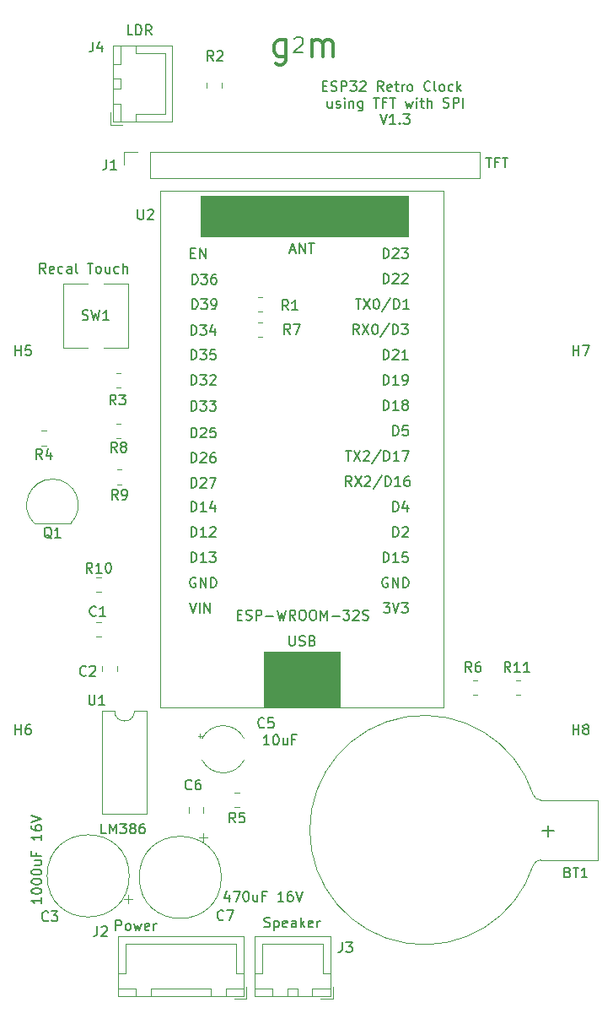
<source format=gbr>
%TF.GenerationSoftware,KiCad,Pcbnew,(5.1.8)-1*%
%TF.CreationDate,2022-11-15T12:17:50-08:00*%
%TF.ProjectId,RetroClock,52657472-6f43-46c6-9f63-6b2e6b696361,rev?*%
%TF.SameCoordinates,Original*%
%TF.FileFunction,Legend,Top*%
%TF.FilePolarity,Positive*%
%FSLAX46Y46*%
G04 Gerber Fmt 4.6, Leading zero omitted, Abs format (unit mm)*
G04 Created by KiCad (PCBNEW (5.1.8)-1) date 2022-11-15 12:17:50*
%MOMM*%
%LPD*%
G01*
G04 APERTURE LIST*
%ADD10C,0.150000*%
%ADD11C,0.300000*%
%ADD12C,0.120000*%
%ADD13C,0.100000*%
G04 APERTURE END LIST*
D10*
X153985714Y-83952380D02*
X153985714Y-82952380D01*
X154223809Y-82952380D01*
X154366666Y-83000000D01*
X154461904Y-83095238D01*
X154509523Y-83190476D01*
X154557142Y-83380952D01*
X154557142Y-83523809D01*
X154509523Y-83714285D01*
X154461904Y-83809523D01*
X154366666Y-83904761D01*
X154223809Y-83952380D01*
X153985714Y-83952380D01*
X154890476Y-82952380D02*
X155509523Y-82952380D01*
X155176190Y-83333333D01*
X155319047Y-83333333D01*
X155414285Y-83380952D01*
X155461904Y-83428571D01*
X155509523Y-83523809D01*
X155509523Y-83761904D01*
X155461904Y-83857142D01*
X155414285Y-83904761D01*
X155319047Y-83952380D01*
X155033333Y-83952380D01*
X154938095Y-83904761D01*
X154890476Y-83857142D01*
X156366666Y-82952380D02*
X156176190Y-82952380D01*
X156080952Y-83000000D01*
X156033333Y-83047619D01*
X155938095Y-83190476D01*
X155890476Y-83380952D01*
X155890476Y-83761904D01*
X155938095Y-83857142D01*
X155985714Y-83904761D01*
X156080952Y-83952380D01*
X156271428Y-83952380D01*
X156366666Y-83904761D01*
X156414285Y-83857142D01*
X156461904Y-83761904D01*
X156461904Y-83523809D01*
X156414285Y-83428571D01*
X156366666Y-83380952D01*
X156271428Y-83333333D01*
X156080952Y-83333333D01*
X155985714Y-83380952D01*
X155938095Y-83428571D01*
X155890476Y-83523809D01*
X153985714Y-86452380D02*
X153985714Y-85452380D01*
X154223809Y-85452380D01*
X154366666Y-85500000D01*
X154461904Y-85595238D01*
X154509523Y-85690476D01*
X154557142Y-85880952D01*
X154557142Y-86023809D01*
X154509523Y-86214285D01*
X154461904Y-86309523D01*
X154366666Y-86404761D01*
X154223809Y-86452380D01*
X153985714Y-86452380D01*
X154890476Y-85452380D02*
X155509523Y-85452380D01*
X155176190Y-85833333D01*
X155319047Y-85833333D01*
X155414285Y-85880952D01*
X155461904Y-85928571D01*
X155509523Y-86023809D01*
X155509523Y-86261904D01*
X155461904Y-86357142D01*
X155414285Y-86404761D01*
X155319047Y-86452380D01*
X155033333Y-86452380D01*
X154938095Y-86404761D01*
X154890476Y-86357142D01*
X155985714Y-86452380D02*
X156176190Y-86452380D01*
X156271428Y-86404761D01*
X156319047Y-86357142D01*
X156414285Y-86214285D01*
X156461904Y-86023809D01*
X156461904Y-85642857D01*
X156414285Y-85547619D01*
X156366666Y-85500000D01*
X156271428Y-85452380D01*
X156080952Y-85452380D01*
X155985714Y-85500000D01*
X155938095Y-85547619D01*
X155890476Y-85642857D01*
X155890476Y-85880952D01*
X155938095Y-85976190D01*
X155985714Y-86023809D01*
X156080952Y-86071428D01*
X156271428Y-86071428D01*
X156366666Y-86023809D01*
X156414285Y-85976190D01*
X156461904Y-85880952D01*
X153885714Y-89052380D02*
X153885714Y-88052380D01*
X154123809Y-88052380D01*
X154266666Y-88100000D01*
X154361904Y-88195238D01*
X154409523Y-88290476D01*
X154457142Y-88480952D01*
X154457142Y-88623809D01*
X154409523Y-88814285D01*
X154361904Y-88909523D01*
X154266666Y-89004761D01*
X154123809Y-89052380D01*
X153885714Y-89052380D01*
X154790476Y-88052380D02*
X155409523Y-88052380D01*
X155076190Y-88433333D01*
X155219047Y-88433333D01*
X155314285Y-88480952D01*
X155361904Y-88528571D01*
X155409523Y-88623809D01*
X155409523Y-88861904D01*
X155361904Y-88957142D01*
X155314285Y-89004761D01*
X155219047Y-89052380D01*
X154933333Y-89052380D01*
X154838095Y-89004761D01*
X154790476Y-88957142D01*
X156266666Y-88385714D02*
X156266666Y-89052380D01*
X156028571Y-88004761D02*
X155790476Y-88719047D01*
X156409523Y-88719047D01*
X153885714Y-94052380D02*
X153885714Y-93052380D01*
X154123809Y-93052380D01*
X154266666Y-93100000D01*
X154361904Y-93195238D01*
X154409523Y-93290476D01*
X154457142Y-93480952D01*
X154457142Y-93623809D01*
X154409523Y-93814285D01*
X154361904Y-93909523D01*
X154266666Y-94004761D01*
X154123809Y-94052380D01*
X153885714Y-94052380D01*
X154790476Y-93052380D02*
X155409523Y-93052380D01*
X155076190Y-93433333D01*
X155219047Y-93433333D01*
X155314285Y-93480952D01*
X155361904Y-93528571D01*
X155409523Y-93623809D01*
X155409523Y-93861904D01*
X155361904Y-93957142D01*
X155314285Y-94004761D01*
X155219047Y-94052380D01*
X154933333Y-94052380D01*
X154838095Y-94004761D01*
X154790476Y-93957142D01*
X155790476Y-93147619D02*
X155838095Y-93100000D01*
X155933333Y-93052380D01*
X156171428Y-93052380D01*
X156266666Y-93100000D01*
X156314285Y-93147619D01*
X156361904Y-93242857D01*
X156361904Y-93338095D01*
X156314285Y-93480952D01*
X155742857Y-94052380D01*
X156361904Y-94052380D01*
X153885714Y-96652380D02*
X153885714Y-95652380D01*
X154123809Y-95652380D01*
X154266666Y-95700000D01*
X154361904Y-95795238D01*
X154409523Y-95890476D01*
X154457142Y-96080952D01*
X154457142Y-96223809D01*
X154409523Y-96414285D01*
X154361904Y-96509523D01*
X154266666Y-96604761D01*
X154123809Y-96652380D01*
X153885714Y-96652380D01*
X154790476Y-95652380D02*
X155409523Y-95652380D01*
X155076190Y-96033333D01*
X155219047Y-96033333D01*
X155314285Y-96080952D01*
X155361904Y-96128571D01*
X155409523Y-96223809D01*
X155409523Y-96461904D01*
X155361904Y-96557142D01*
X155314285Y-96604761D01*
X155219047Y-96652380D01*
X154933333Y-96652380D01*
X154838095Y-96604761D01*
X154790476Y-96557142D01*
X155742857Y-95652380D02*
X156361904Y-95652380D01*
X156028571Y-96033333D01*
X156171428Y-96033333D01*
X156266666Y-96080952D01*
X156314285Y-96128571D01*
X156361904Y-96223809D01*
X156361904Y-96461904D01*
X156314285Y-96557142D01*
X156266666Y-96604761D01*
X156171428Y-96652380D01*
X155885714Y-96652380D01*
X155790476Y-96604761D01*
X155742857Y-96557142D01*
X153885714Y-99352380D02*
X153885714Y-98352380D01*
X154123809Y-98352380D01*
X154266666Y-98400000D01*
X154361904Y-98495238D01*
X154409523Y-98590476D01*
X154457142Y-98780952D01*
X154457142Y-98923809D01*
X154409523Y-99114285D01*
X154361904Y-99209523D01*
X154266666Y-99304761D01*
X154123809Y-99352380D01*
X153885714Y-99352380D01*
X154838095Y-98447619D02*
X154885714Y-98400000D01*
X154980952Y-98352380D01*
X155219047Y-98352380D01*
X155314285Y-98400000D01*
X155361904Y-98447619D01*
X155409523Y-98542857D01*
X155409523Y-98638095D01*
X155361904Y-98780952D01*
X154790476Y-99352380D01*
X155409523Y-99352380D01*
X156314285Y-98352380D02*
X155838095Y-98352380D01*
X155790476Y-98828571D01*
X155838095Y-98780952D01*
X155933333Y-98733333D01*
X156171428Y-98733333D01*
X156266666Y-98780952D01*
X156314285Y-98828571D01*
X156361904Y-98923809D01*
X156361904Y-99161904D01*
X156314285Y-99257142D01*
X156266666Y-99304761D01*
X156171428Y-99352380D01*
X155933333Y-99352380D01*
X155838095Y-99304761D01*
X155790476Y-99257142D01*
X153885714Y-101852380D02*
X153885714Y-100852380D01*
X154123809Y-100852380D01*
X154266666Y-100900000D01*
X154361904Y-100995238D01*
X154409523Y-101090476D01*
X154457142Y-101280952D01*
X154457142Y-101423809D01*
X154409523Y-101614285D01*
X154361904Y-101709523D01*
X154266666Y-101804761D01*
X154123809Y-101852380D01*
X153885714Y-101852380D01*
X154838095Y-100947619D02*
X154885714Y-100900000D01*
X154980952Y-100852380D01*
X155219047Y-100852380D01*
X155314285Y-100900000D01*
X155361904Y-100947619D01*
X155409523Y-101042857D01*
X155409523Y-101138095D01*
X155361904Y-101280952D01*
X154790476Y-101852380D01*
X155409523Y-101852380D01*
X156266666Y-100852380D02*
X156076190Y-100852380D01*
X155980952Y-100900000D01*
X155933333Y-100947619D01*
X155838095Y-101090476D01*
X155790476Y-101280952D01*
X155790476Y-101661904D01*
X155838095Y-101757142D01*
X155885714Y-101804761D01*
X155980952Y-101852380D01*
X156171428Y-101852380D01*
X156266666Y-101804761D01*
X156314285Y-101757142D01*
X156361904Y-101661904D01*
X156361904Y-101423809D01*
X156314285Y-101328571D01*
X156266666Y-101280952D01*
X156171428Y-101233333D01*
X155980952Y-101233333D01*
X155885714Y-101280952D01*
X155838095Y-101328571D01*
X155790476Y-101423809D01*
X153885714Y-104352380D02*
X153885714Y-103352380D01*
X154123809Y-103352380D01*
X154266666Y-103400000D01*
X154361904Y-103495238D01*
X154409523Y-103590476D01*
X154457142Y-103780952D01*
X154457142Y-103923809D01*
X154409523Y-104114285D01*
X154361904Y-104209523D01*
X154266666Y-104304761D01*
X154123809Y-104352380D01*
X153885714Y-104352380D01*
X154838095Y-103447619D02*
X154885714Y-103400000D01*
X154980952Y-103352380D01*
X155219047Y-103352380D01*
X155314285Y-103400000D01*
X155361904Y-103447619D01*
X155409523Y-103542857D01*
X155409523Y-103638095D01*
X155361904Y-103780952D01*
X154790476Y-104352380D01*
X155409523Y-104352380D01*
X155742857Y-103352380D02*
X156409523Y-103352380D01*
X155980952Y-104352380D01*
X153885714Y-106752380D02*
X153885714Y-105752380D01*
X154123809Y-105752380D01*
X154266666Y-105800000D01*
X154361904Y-105895238D01*
X154409523Y-105990476D01*
X154457142Y-106180952D01*
X154457142Y-106323809D01*
X154409523Y-106514285D01*
X154361904Y-106609523D01*
X154266666Y-106704761D01*
X154123809Y-106752380D01*
X153885714Y-106752380D01*
X155409523Y-106752380D02*
X154838095Y-106752380D01*
X155123809Y-106752380D02*
X155123809Y-105752380D01*
X155028571Y-105895238D01*
X154933333Y-105990476D01*
X154838095Y-106038095D01*
X156266666Y-106085714D02*
X156266666Y-106752380D01*
X156028571Y-105704761D02*
X155790476Y-106419047D01*
X156409523Y-106419047D01*
X167090476Y-64078571D02*
X167423809Y-64078571D01*
X167566666Y-64602380D02*
X167090476Y-64602380D01*
X167090476Y-63602380D01*
X167566666Y-63602380D01*
X167947619Y-64554761D02*
X168090476Y-64602380D01*
X168328571Y-64602380D01*
X168423809Y-64554761D01*
X168471428Y-64507142D01*
X168519047Y-64411904D01*
X168519047Y-64316666D01*
X168471428Y-64221428D01*
X168423809Y-64173809D01*
X168328571Y-64126190D01*
X168138095Y-64078571D01*
X168042857Y-64030952D01*
X167995238Y-63983333D01*
X167947619Y-63888095D01*
X167947619Y-63792857D01*
X167995238Y-63697619D01*
X168042857Y-63650000D01*
X168138095Y-63602380D01*
X168376190Y-63602380D01*
X168519047Y-63650000D01*
X168947619Y-64602380D02*
X168947619Y-63602380D01*
X169328571Y-63602380D01*
X169423809Y-63650000D01*
X169471428Y-63697619D01*
X169519047Y-63792857D01*
X169519047Y-63935714D01*
X169471428Y-64030952D01*
X169423809Y-64078571D01*
X169328571Y-64126190D01*
X168947619Y-64126190D01*
X169852380Y-63602380D02*
X170471428Y-63602380D01*
X170138095Y-63983333D01*
X170280952Y-63983333D01*
X170376190Y-64030952D01*
X170423809Y-64078571D01*
X170471428Y-64173809D01*
X170471428Y-64411904D01*
X170423809Y-64507142D01*
X170376190Y-64554761D01*
X170280952Y-64602380D01*
X169995238Y-64602380D01*
X169900000Y-64554761D01*
X169852380Y-64507142D01*
X170852380Y-63697619D02*
X170900000Y-63650000D01*
X170995238Y-63602380D01*
X171233333Y-63602380D01*
X171328571Y-63650000D01*
X171376190Y-63697619D01*
X171423809Y-63792857D01*
X171423809Y-63888095D01*
X171376190Y-64030952D01*
X170804761Y-64602380D01*
X171423809Y-64602380D01*
X173185714Y-64602380D02*
X172852380Y-64126190D01*
X172614285Y-64602380D02*
X172614285Y-63602380D01*
X172995238Y-63602380D01*
X173090476Y-63650000D01*
X173138095Y-63697619D01*
X173185714Y-63792857D01*
X173185714Y-63935714D01*
X173138095Y-64030952D01*
X173090476Y-64078571D01*
X172995238Y-64126190D01*
X172614285Y-64126190D01*
X173995238Y-64554761D02*
X173900000Y-64602380D01*
X173709523Y-64602380D01*
X173614285Y-64554761D01*
X173566666Y-64459523D01*
X173566666Y-64078571D01*
X173614285Y-63983333D01*
X173709523Y-63935714D01*
X173900000Y-63935714D01*
X173995238Y-63983333D01*
X174042857Y-64078571D01*
X174042857Y-64173809D01*
X173566666Y-64269047D01*
X174328571Y-63935714D02*
X174709523Y-63935714D01*
X174471428Y-63602380D02*
X174471428Y-64459523D01*
X174519047Y-64554761D01*
X174614285Y-64602380D01*
X174709523Y-64602380D01*
X175042857Y-64602380D02*
X175042857Y-63935714D01*
X175042857Y-64126190D02*
X175090476Y-64030952D01*
X175138095Y-63983333D01*
X175233333Y-63935714D01*
X175328571Y-63935714D01*
X175804761Y-64602380D02*
X175709523Y-64554761D01*
X175661904Y-64507142D01*
X175614285Y-64411904D01*
X175614285Y-64126190D01*
X175661904Y-64030952D01*
X175709523Y-63983333D01*
X175804761Y-63935714D01*
X175947619Y-63935714D01*
X176042857Y-63983333D01*
X176090476Y-64030952D01*
X176138095Y-64126190D01*
X176138095Y-64411904D01*
X176090476Y-64507142D01*
X176042857Y-64554761D01*
X175947619Y-64602380D01*
X175804761Y-64602380D01*
X177900000Y-64507142D02*
X177852380Y-64554761D01*
X177709523Y-64602380D01*
X177614285Y-64602380D01*
X177471428Y-64554761D01*
X177376190Y-64459523D01*
X177328571Y-64364285D01*
X177280952Y-64173809D01*
X177280952Y-64030952D01*
X177328571Y-63840476D01*
X177376190Y-63745238D01*
X177471428Y-63650000D01*
X177614285Y-63602380D01*
X177709523Y-63602380D01*
X177852380Y-63650000D01*
X177900000Y-63697619D01*
X178471428Y-64602380D02*
X178376190Y-64554761D01*
X178328571Y-64459523D01*
X178328571Y-63602380D01*
X178995238Y-64602380D02*
X178900000Y-64554761D01*
X178852380Y-64507142D01*
X178804761Y-64411904D01*
X178804761Y-64126190D01*
X178852380Y-64030952D01*
X178900000Y-63983333D01*
X178995238Y-63935714D01*
X179138095Y-63935714D01*
X179233333Y-63983333D01*
X179280952Y-64030952D01*
X179328571Y-64126190D01*
X179328571Y-64411904D01*
X179280952Y-64507142D01*
X179233333Y-64554761D01*
X179138095Y-64602380D01*
X178995238Y-64602380D01*
X180185714Y-64554761D02*
X180090476Y-64602380D01*
X179900000Y-64602380D01*
X179804761Y-64554761D01*
X179757142Y-64507142D01*
X179709523Y-64411904D01*
X179709523Y-64126190D01*
X179757142Y-64030952D01*
X179804761Y-63983333D01*
X179900000Y-63935714D01*
X180090476Y-63935714D01*
X180185714Y-63983333D01*
X180614285Y-64602380D02*
X180614285Y-63602380D01*
X180709523Y-64221428D02*
X180995238Y-64602380D01*
X180995238Y-63935714D02*
X180614285Y-64316666D01*
X168019047Y-65585714D02*
X168019047Y-66252380D01*
X167590476Y-65585714D02*
X167590476Y-66109523D01*
X167638095Y-66204761D01*
X167733333Y-66252380D01*
X167876190Y-66252380D01*
X167971428Y-66204761D01*
X168019047Y-66157142D01*
X168447619Y-66204761D02*
X168542857Y-66252380D01*
X168733333Y-66252380D01*
X168828571Y-66204761D01*
X168876190Y-66109523D01*
X168876190Y-66061904D01*
X168828571Y-65966666D01*
X168733333Y-65919047D01*
X168590476Y-65919047D01*
X168495238Y-65871428D01*
X168447619Y-65776190D01*
X168447619Y-65728571D01*
X168495238Y-65633333D01*
X168590476Y-65585714D01*
X168733333Y-65585714D01*
X168828571Y-65633333D01*
X169304761Y-66252380D02*
X169304761Y-65585714D01*
X169304761Y-65252380D02*
X169257142Y-65300000D01*
X169304761Y-65347619D01*
X169352380Y-65300000D01*
X169304761Y-65252380D01*
X169304761Y-65347619D01*
X169780952Y-65585714D02*
X169780952Y-66252380D01*
X169780952Y-65680952D02*
X169828571Y-65633333D01*
X169923809Y-65585714D01*
X170066666Y-65585714D01*
X170161904Y-65633333D01*
X170209523Y-65728571D01*
X170209523Y-66252380D01*
X171114285Y-65585714D02*
X171114285Y-66395238D01*
X171066666Y-66490476D01*
X171019047Y-66538095D01*
X170923809Y-66585714D01*
X170780952Y-66585714D01*
X170685714Y-66538095D01*
X171114285Y-66204761D02*
X171019047Y-66252380D01*
X170828571Y-66252380D01*
X170733333Y-66204761D01*
X170685714Y-66157142D01*
X170638095Y-66061904D01*
X170638095Y-65776190D01*
X170685714Y-65680952D01*
X170733333Y-65633333D01*
X170828571Y-65585714D01*
X171019047Y-65585714D01*
X171114285Y-65633333D01*
X172209523Y-65252380D02*
X172780952Y-65252380D01*
X172495238Y-66252380D02*
X172495238Y-65252380D01*
X173447619Y-65728571D02*
X173114285Y-65728571D01*
X173114285Y-66252380D02*
X173114285Y-65252380D01*
X173590476Y-65252380D01*
X173828571Y-65252380D02*
X174400000Y-65252380D01*
X174114285Y-66252380D02*
X174114285Y-65252380D01*
X175400000Y-65585714D02*
X175590476Y-66252380D01*
X175780952Y-65776190D01*
X175971428Y-66252380D01*
X176161904Y-65585714D01*
X176542857Y-66252380D02*
X176542857Y-65585714D01*
X176542857Y-65252380D02*
X176495238Y-65300000D01*
X176542857Y-65347619D01*
X176590476Y-65300000D01*
X176542857Y-65252380D01*
X176542857Y-65347619D01*
X176876190Y-65585714D02*
X177257142Y-65585714D01*
X177019047Y-65252380D02*
X177019047Y-66109523D01*
X177066666Y-66204761D01*
X177161904Y-66252380D01*
X177257142Y-66252380D01*
X177590476Y-66252380D02*
X177590476Y-65252380D01*
X178019047Y-66252380D02*
X178019047Y-65728571D01*
X177971428Y-65633333D01*
X177876190Y-65585714D01*
X177733333Y-65585714D01*
X177638095Y-65633333D01*
X177590476Y-65680952D01*
X179209523Y-66204761D02*
X179352380Y-66252380D01*
X179590476Y-66252380D01*
X179685714Y-66204761D01*
X179733333Y-66157142D01*
X179780952Y-66061904D01*
X179780952Y-65966666D01*
X179733333Y-65871428D01*
X179685714Y-65823809D01*
X179590476Y-65776190D01*
X179400000Y-65728571D01*
X179304761Y-65680952D01*
X179257142Y-65633333D01*
X179209523Y-65538095D01*
X179209523Y-65442857D01*
X179257142Y-65347619D01*
X179304761Y-65300000D01*
X179400000Y-65252380D01*
X179638095Y-65252380D01*
X179780952Y-65300000D01*
X180209523Y-66252380D02*
X180209523Y-65252380D01*
X180590476Y-65252380D01*
X180685714Y-65300000D01*
X180733333Y-65347619D01*
X180780952Y-65442857D01*
X180780952Y-65585714D01*
X180733333Y-65680952D01*
X180685714Y-65728571D01*
X180590476Y-65776190D01*
X180209523Y-65776190D01*
X181209523Y-66252380D02*
X181209523Y-65252380D01*
X172876190Y-66902380D02*
X173209523Y-67902380D01*
X173542857Y-66902380D01*
X174400000Y-67902380D02*
X173828571Y-67902380D01*
X174114285Y-67902380D02*
X174114285Y-66902380D01*
X174019047Y-67045238D01*
X173923809Y-67140476D01*
X173828571Y-67188095D01*
X174828571Y-67807142D02*
X174876190Y-67854761D01*
X174828571Y-67902380D01*
X174780952Y-67854761D01*
X174828571Y-67807142D01*
X174828571Y-67902380D01*
X175209523Y-66902380D02*
X175828571Y-66902380D01*
X175495238Y-67283333D01*
X175638095Y-67283333D01*
X175733333Y-67330952D01*
X175780952Y-67378571D01*
X175828571Y-67473809D01*
X175828571Y-67711904D01*
X175780952Y-67807142D01*
X175733333Y-67854761D01*
X175638095Y-67902380D01*
X175352380Y-67902380D01*
X175257142Y-67854761D01*
X175209523Y-67807142D01*
X164271428Y-59321428D02*
X164342857Y-59250000D01*
X164485714Y-59178571D01*
X164842857Y-59178571D01*
X164985714Y-59250000D01*
X165057142Y-59321428D01*
X165128571Y-59464285D01*
X165128571Y-59607142D01*
X165057142Y-59821428D01*
X164200000Y-60678571D01*
X165128571Y-60678571D01*
D11*
X166028571Y-61130952D02*
X166028571Y-59464285D01*
X166028571Y-59702380D02*
X166147619Y-59583333D01*
X166385714Y-59464285D01*
X166742857Y-59464285D01*
X166980952Y-59583333D01*
X167100000Y-59821428D01*
X167100000Y-61130952D01*
X167100000Y-59821428D02*
X167219047Y-59583333D01*
X167457142Y-59464285D01*
X167814285Y-59464285D01*
X168052380Y-59583333D01*
X168171428Y-59821428D01*
X168171428Y-61130952D01*
X163435714Y-59464285D02*
X163435714Y-61488095D01*
X163316666Y-61726190D01*
X163197619Y-61845238D01*
X162959523Y-61964285D01*
X162602380Y-61964285D01*
X162364285Y-61845238D01*
X163435714Y-61011904D02*
X163197619Y-61130952D01*
X162721428Y-61130952D01*
X162483333Y-61011904D01*
X162364285Y-60892857D01*
X162245238Y-60654761D01*
X162245238Y-59940476D01*
X162364285Y-59702380D01*
X162483333Y-59583333D01*
X162721428Y-59464285D01*
X163197619Y-59464285D01*
X163435714Y-59583333D01*
D12*
%TO.C,U2*%
X150776000Y-74550000D02*
X150776000Y-126366000D01*
X150776000Y-126366000D02*
X179224000Y-126366000D01*
X179224000Y-126366000D02*
X179224000Y-74550000D01*
X179224000Y-74550000D02*
X150776000Y-74550000D01*
D13*
G36*
X175668000Y-79122000D02*
G01*
X154840000Y-79122000D01*
X154840000Y-75058000D01*
X175668000Y-75058000D01*
X175668000Y-79122000D01*
G37*
X175668000Y-79122000D02*
X154840000Y-79122000D01*
X154840000Y-75058000D01*
X175668000Y-75058000D01*
X175668000Y-79122000D01*
G36*
X168810000Y-126366000D02*
G01*
X161190000Y-126366000D01*
X161190000Y-120778000D01*
X168810000Y-120778000D01*
X168810000Y-126366000D01*
G37*
X168810000Y-126366000D02*
X161190000Y-126366000D01*
X161190000Y-120778000D01*
X168810000Y-120778000D01*
X168810000Y-126366000D01*
D12*
%TO.C,BT1*%
X194700000Y-141700000D02*
X189000000Y-141700000D01*
X194700000Y-135700000D02*
X194700000Y-141700000D01*
X194700000Y-135700000D02*
X189000000Y-135700000D01*
X188248246Y-142226384D02*
G75*
G02*
X189000000Y-141700000I751754J-273616D01*
G01*
X165804329Y-138654719D02*
G75*
G03*
X188250000Y-142200000I11495671J-45281D01*
G01*
X188248246Y-135173616D02*
G75*
G03*
X189000000Y-135700000I751754J273616D01*
G01*
X165804329Y-138745281D02*
G75*
G02*
X188250000Y-135200000I11495671J45281D01*
G01*
%TO.C,C2*%
X146435000Y-122761252D02*
X146435000Y-122238748D01*
X144965000Y-122761252D02*
X144965000Y-122238748D01*
%TO.C,C6*%
X155135000Y-136961252D02*
X155135000Y-136438748D01*
X153665000Y-136961252D02*
X153665000Y-136438748D01*
%TO.C,C1*%
X144861252Y-117865000D02*
X144338748Y-117865000D01*
X144861252Y-119335000D02*
X144338748Y-119335000D01*
%TO.C,R11*%
X186472936Y-125135000D02*
X186927064Y-125135000D01*
X186472936Y-123665000D02*
X186927064Y-123665000D01*
%TO.C,R10*%
X144372936Y-114835000D02*
X144827064Y-114835000D01*
X144372936Y-113365000D02*
X144827064Y-113365000D01*
%TO.C,R9*%
X146472936Y-104035000D02*
X146927064Y-104035000D01*
X146472936Y-102565000D02*
X146927064Y-102565000D01*
%TO.C,R8*%
X146827064Y-97965000D02*
X146372936Y-97965000D01*
X146827064Y-99435000D02*
X146372936Y-99435000D01*
%TO.C,R7*%
X161027064Y-87765000D02*
X160572936Y-87765000D01*
X161027064Y-89235000D02*
X160572936Y-89235000D01*
%TO.C,R6*%
X182627064Y-123665000D02*
X182172936Y-123665000D01*
X182627064Y-125135000D02*
X182172936Y-125135000D01*
%TO.C,R5*%
X158272936Y-136435000D02*
X158727064Y-136435000D01*
X158272936Y-134965000D02*
X158727064Y-134965000D01*
%TO.C,R4*%
X139327064Y-98665000D02*
X138872936Y-98665000D01*
X139327064Y-100135000D02*
X138872936Y-100135000D01*
%TO.C,R3*%
X146372936Y-94335000D02*
X146827064Y-94335000D01*
X146372936Y-92865000D02*
X146827064Y-92865000D01*
%TO.C,R2*%
X156935000Y-64227064D02*
X156935000Y-63772936D01*
X155465000Y-64227064D02*
X155465000Y-63772936D01*
%TO.C,R1*%
X161027064Y-85265000D02*
X160572936Y-85265000D01*
X161027064Y-86735000D02*
X160572936Y-86735000D01*
%TO.C,Q1*%
X138170000Y-107950000D02*
X141770000Y-107950000D01*
X141808478Y-107938478D02*
G75*
G03*
X139970000Y-103500000I-1838478J1838478D01*
G01*
X138131522Y-107938478D02*
G75*
G02*
X139970000Y-103500000I1838478J1838478D01*
G01*
%TO.C,SW1*%
X145104226Y-90327700D02*
X147525800Y-90327700D01*
X143495774Y-83876100D02*
X141074200Y-83876100D01*
X147525800Y-90327700D02*
X147525800Y-83876100D01*
X141074200Y-90327700D02*
X143495774Y-90327700D01*
X141074200Y-83876100D02*
X141074200Y-90327700D01*
X147525800Y-83876100D02*
X145104226Y-83876100D01*
%TO.C,C7*%
X156920000Y-143450000D02*
G75*
G03*
X156920000Y-143450000I-4120000J0D01*
G01*
X155115000Y-139040302D02*
X155115000Y-139840302D01*
X155515000Y-139440302D02*
X154715000Y-139440302D01*
%TO.C,J4*%
X145750000Y-67950000D02*
X147000000Y-67950000D01*
X145750000Y-66700000D02*
X145750000Y-67950000D01*
X151250000Y-60800000D02*
X151250000Y-63850000D01*
X148300000Y-60800000D02*
X151250000Y-60800000D01*
X148300000Y-60050000D02*
X148300000Y-60800000D01*
X151250000Y-66900000D02*
X151250000Y-63850000D01*
X148300000Y-66900000D02*
X151250000Y-66900000D01*
X148300000Y-67650000D02*
X148300000Y-66900000D01*
X146050000Y-60050000D02*
X146050000Y-61850000D01*
X146800000Y-60050000D02*
X146050000Y-60050000D01*
X146800000Y-61850000D02*
X146800000Y-60050000D01*
X146050000Y-61850000D02*
X146800000Y-61850000D01*
X146050000Y-65850000D02*
X146050000Y-67650000D01*
X146800000Y-65850000D02*
X146050000Y-65850000D01*
X146800000Y-67650000D02*
X146800000Y-65850000D01*
X146050000Y-67650000D02*
X146800000Y-67650000D01*
X146050000Y-63350000D02*
X146050000Y-64350000D01*
X146800000Y-63350000D02*
X146050000Y-63350000D01*
X146800000Y-64350000D02*
X146800000Y-63350000D01*
X146050000Y-64350000D02*
X146800000Y-64350000D01*
X146040000Y-60040000D02*
X146040000Y-67660000D01*
X152010000Y-60040000D02*
X146040000Y-60040000D01*
X152010000Y-67660000D02*
X152010000Y-60040000D01*
X146040000Y-67660000D02*
X152010000Y-67660000D01*
%TO.C,J3*%
X168150000Y-155650000D02*
X168150000Y-154400000D01*
X166900000Y-155650000D02*
X168150000Y-155650000D01*
X161000000Y-150150000D02*
X164050000Y-150150000D01*
X161000000Y-153100000D02*
X161000000Y-150150000D01*
X160250000Y-153100000D02*
X161000000Y-153100000D01*
X167100000Y-150150000D02*
X164050000Y-150150000D01*
X167100000Y-153100000D02*
X167100000Y-150150000D01*
X167850000Y-153100000D02*
X167100000Y-153100000D01*
X160250000Y-155350000D02*
X162050000Y-155350000D01*
X160250000Y-154600000D02*
X160250000Y-155350000D01*
X162050000Y-154600000D02*
X160250000Y-154600000D01*
X162050000Y-155350000D02*
X162050000Y-154600000D01*
X166050000Y-155350000D02*
X167850000Y-155350000D01*
X166050000Y-154600000D02*
X166050000Y-155350000D01*
X167850000Y-154600000D02*
X166050000Y-154600000D01*
X167850000Y-155350000D02*
X167850000Y-154600000D01*
X163550000Y-155350000D02*
X164550000Y-155350000D01*
X163550000Y-154600000D02*
X163550000Y-155350000D01*
X164550000Y-154600000D02*
X163550000Y-154600000D01*
X164550000Y-155350000D02*
X164550000Y-154600000D01*
X160240000Y-155360000D02*
X167860000Y-155360000D01*
X160240000Y-149390000D02*
X160240000Y-155360000D01*
X167860000Y-149390000D02*
X160240000Y-149390000D01*
X167860000Y-155360000D02*
X167860000Y-149390000D01*
%TO.C,J2*%
X159450000Y-155650000D02*
X159450000Y-154400000D01*
X158200000Y-155650000D02*
X159450000Y-155650000D01*
X147300000Y-150150000D02*
X152850000Y-150150000D01*
X147300000Y-153100000D02*
X147300000Y-150150000D01*
X146550000Y-153100000D02*
X147300000Y-153100000D01*
X158400000Y-150150000D02*
X152850000Y-150150000D01*
X158400000Y-153100000D02*
X158400000Y-150150000D01*
X159150000Y-153100000D02*
X158400000Y-153100000D01*
X146550000Y-155350000D02*
X148350000Y-155350000D01*
X146550000Y-154600000D02*
X146550000Y-155350000D01*
X148350000Y-154600000D02*
X146550000Y-154600000D01*
X148350000Y-155350000D02*
X148350000Y-154600000D01*
X157350000Y-155350000D02*
X159150000Y-155350000D01*
X157350000Y-154600000D02*
X157350000Y-155350000D01*
X159150000Y-154600000D02*
X157350000Y-154600000D01*
X159150000Y-155350000D02*
X159150000Y-154600000D01*
X149850000Y-155350000D02*
X155850000Y-155350000D01*
X149850000Y-154600000D02*
X149850000Y-155350000D01*
X155850000Y-154600000D02*
X149850000Y-154600000D01*
X155850000Y-155350000D02*
X155850000Y-154600000D01*
X146540000Y-155360000D02*
X159160000Y-155360000D01*
X146540000Y-149390000D02*
X146540000Y-155360000D01*
X159160000Y-149390000D02*
X146540000Y-149390000D01*
X159160000Y-155360000D02*
X159160000Y-149390000D01*
%TO.C,U1*%
X146210000Y-126770000D02*
X144960000Y-126770000D01*
X144960000Y-126770000D02*
X144960000Y-137050000D01*
X144960000Y-137050000D02*
X149460000Y-137050000D01*
X149460000Y-137050000D02*
X149460000Y-126770000D01*
X149460000Y-126770000D02*
X148210000Y-126770000D01*
X148210000Y-126770000D02*
G75*
G02*
X146210000Y-126770000I-1000000J0D01*
G01*
%TO.C,J1*%
X149770000Y-73330000D02*
X149770000Y-70670000D01*
X149770000Y-73330000D02*
X182850000Y-73330000D01*
X182850000Y-73330000D02*
X182850000Y-70670000D01*
X149770000Y-70670000D02*
X182850000Y-70670000D01*
X147170000Y-70670000D02*
X148500000Y-70670000D01*
X147170000Y-72000000D02*
X147170000Y-70670000D01*
%TO.C,C5*%
X154562712Y-129265000D02*
X155012712Y-129265000D01*
X154787712Y-129040000D02*
X154787712Y-129490000D01*
X159219740Y-131660000D02*
G75*
G02*
X154980259Y-131660000I-2119740J1060000D01*
G01*
X159219740Y-129540000D02*
G75*
G03*
X154980259Y-129540000I-2119740J-1060000D01*
G01*
%TO.C,C3*%
X147670000Y-143300000D02*
G75*
G03*
X147670000Y-143300000I-4120000J0D01*
G01*
X147959698Y-145615000D02*
X147159698Y-145615000D01*
X147559698Y-146015000D02*
X147559698Y-145215000D01*
%TO.C,U2*%
D10*
X148538095Y-76452380D02*
X148538095Y-77261904D01*
X148585714Y-77357142D01*
X148633333Y-77404761D01*
X148728571Y-77452380D01*
X148919047Y-77452380D01*
X149014285Y-77404761D01*
X149061904Y-77357142D01*
X149109523Y-77261904D01*
X149109523Y-76452380D01*
X149538095Y-76547619D02*
X149585714Y-76500000D01*
X149680952Y-76452380D01*
X149919047Y-76452380D01*
X150014285Y-76500000D01*
X150061904Y-76547619D01*
X150109523Y-76642857D01*
X150109523Y-76738095D01*
X150061904Y-76880952D01*
X149490476Y-77452380D01*
X150109523Y-77452380D01*
X158552380Y-117128571D02*
X158885714Y-117128571D01*
X159028571Y-117652380D02*
X158552380Y-117652380D01*
X158552380Y-116652380D01*
X159028571Y-116652380D01*
X159409523Y-117604761D02*
X159552380Y-117652380D01*
X159790476Y-117652380D01*
X159885714Y-117604761D01*
X159933333Y-117557142D01*
X159980952Y-117461904D01*
X159980952Y-117366666D01*
X159933333Y-117271428D01*
X159885714Y-117223809D01*
X159790476Y-117176190D01*
X159600000Y-117128571D01*
X159504761Y-117080952D01*
X159457142Y-117033333D01*
X159409523Y-116938095D01*
X159409523Y-116842857D01*
X159457142Y-116747619D01*
X159504761Y-116700000D01*
X159600000Y-116652380D01*
X159838095Y-116652380D01*
X159980952Y-116700000D01*
X160409523Y-117652380D02*
X160409523Y-116652380D01*
X160790476Y-116652380D01*
X160885714Y-116700000D01*
X160933333Y-116747619D01*
X160980952Y-116842857D01*
X160980952Y-116985714D01*
X160933333Y-117080952D01*
X160885714Y-117128571D01*
X160790476Y-117176190D01*
X160409523Y-117176190D01*
X161409523Y-117271428D02*
X162171428Y-117271428D01*
X162552380Y-116652380D02*
X162790476Y-117652380D01*
X162980952Y-116938095D01*
X163171428Y-117652380D01*
X163409523Y-116652380D01*
X164361904Y-117652380D02*
X164028571Y-117176190D01*
X163790476Y-117652380D02*
X163790476Y-116652380D01*
X164171428Y-116652380D01*
X164266666Y-116700000D01*
X164314285Y-116747619D01*
X164361904Y-116842857D01*
X164361904Y-116985714D01*
X164314285Y-117080952D01*
X164266666Y-117128571D01*
X164171428Y-117176190D01*
X163790476Y-117176190D01*
X164980952Y-116652380D02*
X165171428Y-116652380D01*
X165266666Y-116700000D01*
X165361904Y-116795238D01*
X165409523Y-116985714D01*
X165409523Y-117319047D01*
X165361904Y-117509523D01*
X165266666Y-117604761D01*
X165171428Y-117652380D01*
X164980952Y-117652380D01*
X164885714Y-117604761D01*
X164790476Y-117509523D01*
X164742857Y-117319047D01*
X164742857Y-116985714D01*
X164790476Y-116795238D01*
X164885714Y-116700000D01*
X164980952Y-116652380D01*
X166028571Y-116652380D02*
X166219047Y-116652380D01*
X166314285Y-116700000D01*
X166409523Y-116795238D01*
X166457142Y-116985714D01*
X166457142Y-117319047D01*
X166409523Y-117509523D01*
X166314285Y-117604761D01*
X166219047Y-117652380D01*
X166028571Y-117652380D01*
X165933333Y-117604761D01*
X165838095Y-117509523D01*
X165790476Y-117319047D01*
X165790476Y-116985714D01*
X165838095Y-116795238D01*
X165933333Y-116700000D01*
X166028571Y-116652380D01*
X166885714Y-117652380D02*
X166885714Y-116652380D01*
X167219047Y-117366666D01*
X167552380Y-116652380D01*
X167552380Y-117652380D01*
X168028571Y-117271428D02*
X168790476Y-117271428D01*
X169171428Y-116652380D02*
X169790476Y-116652380D01*
X169457142Y-117033333D01*
X169600000Y-117033333D01*
X169695238Y-117080952D01*
X169742857Y-117128571D01*
X169790476Y-117223809D01*
X169790476Y-117461904D01*
X169742857Y-117557142D01*
X169695238Y-117604761D01*
X169600000Y-117652380D01*
X169314285Y-117652380D01*
X169219047Y-117604761D01*
X169171428Y-117557142D01*
X170171428Y-116747619D02*
X170219047Y-116700000D01*
X170314285Y-116652380D01*
X170552380Y-116652380D01*
X170647619Y-116700000D01*
X170695238Y-116747619D01*
X170742857Y-116842857D01*
X170742857Y-116938095D01*
X170695238Y-117080952D01*
X170123809Y-117652380D01*
X170742857Y-117652380D01*
X171123809Y-117604761D02*
X171266666Y-117652380D01*
X171504761Y-117652380D01*
X171600000Y-117604761D01*
X171647619Y-117557142D01*
X171695238Y-117461904D01*
X171695238Y-117366666D01*
X171647619Y-117271428D01*
X171600000Y-117223809D01*
X171504761Y-117176190D01*
X171314285Y-117128571D01*
X171219047Y-117080952D01*
X171171428Y-117033333D01*
X171123809Y-116938095D01*
X171123809Y-116842857D01*
X171171428Y-116747619D01*
X171219047Y-116700000D01*
X171314285Y-116652380D01*
X171552380Y-116652380D01*
X171695238Y-116700000D01*
X163857142Y-80558666D02*
X164333333Y-80558666D01*
X163761904Y-80844380D02*
X164095238Y-79844380D01*
X164428571Y-80844380D01*
X164761904Y-80844380D02*
X164761904Y-79844380D01*
X165333333Y-80844380D01*
X165333333Y-79844380D01*
X165666666Y-79844380D02*
X166238095Y-79844380D01*
X165952380Y-80844380D02*
X165952380Y-79844380D01*
X163738095Y-119214380D02*
X163738095Y-120023904D01*
X163785714Y-120119142D01*
X163833333Y-120166761D01*
X163928571Y-120214380D01*
X164119047Y-120214380D01*
X164214285Y-120166761D01*
X164261904Y-120119142D01*
X164309523Y-120023904D01*
X164309523Y-119214380D01*
X164738095Y-120166761D02*
X164880952Y-120214380D01*
X165119047Y-120214380D01*
X165214285Y-120166761D01*
X165261904Y-120119142D01*
X165309523Y-120023904D01*
X165309523Y-119928666D01*
X165261904Y-119833428D01*
X165214285Y-119785809D01*
X165119047Y-119738190D01*
X164928571Y-119690571D01*
X164833333Y-119642952D01*
X164785714Y-119595333D01*
X164738095Y-119500095D01*
X164738095Y-119404857D01*
X164785714Y-119309619D01*
X164833333Y-119262000D01*
X164928571Y-119214380D01*
X165166666Y-119214380D01*
X165309523Y-119262000D01*
X166071428Y-119690571D02*
X166214285Y-119738190D01*
X166261904Y-119785809D01*
X166309523Y-119881047D01*
X166309523Y-120023904D01*
X166261904Y-120119142D01*
X166214285Y-120166761D01*
X166119047Y-120214380D01*
X165738095Y-120214380D01*
X165738095Y-119214380D01*
X166071428Y-119214380D01*
X166166666Y-119262000D01*
X166214285Y-119309619D01*
X166261904Y-119404857D01*
X166261904Y-119500095D01*
X166214285Y-119595333D01*
X166166666Y-119642952D01*
X166071428Y-119690571D01*
X165738095Y-119690571D01*
X173183714Y-81352380D02*
X173183714Y-80352380D01*
X173421809Y-80352380D01*
X173564666Y-80400000D01*
X173659904Y-80495238D01*
X173707523Y-80590476D01*
X173755142Y-80780952D01*
X173755142Y-80923809D01*
X173707523Y-81114285D01*
X173659904Y-81209523D01*
X173564666Y-81304761D01*
X173421809Y-81352380D01*
X173183714Y-81352380D01*
X174136095Y-80447619D02*
X174183714Y-80400000D01*
X174278952Y-80352380D01*
X174517047Y-80352380D01*
X174612285Y-80400000D01*
X174659904Y-80447619D01*
X174707523Y-80542857D01*
X174707523Y-80638095D01*
X174659904Y-80780952D01*
X174088476Y-81352380D01*
X174707523Y-81352380D01*
X175040857Y-80352380D02*
X175659904Y-80352380D01*
X175326571Y-80733333D01*
X175469428Y-80733333D01*
X175564666Y-80780952D01*
X175612285Y-80828571D01*
X175659904Y-80923809D01*
X175659904Y-81161904D01*
X175612285Y-81257142D01*
X175564666Y-81304761D01*
X175469428Y-81352380D01*
X175183714Y-81352380D01*
X175088476Y-81304761D01*
X175040857Y-81257142D01*
X173183714Y-83892380D02*
X173183714Y-82892380D01*
X173421809Y-82892380D01*
X173564666Y-82940000D01*
X173659904Y-83035238D01*
X173707523Y-83130476D01*
X173755142Y-83320952D01*
X173755142Y-83463809D01*
X173707523Y-83654285D01*
X173659904Y-83749523D01*
X173564666Y-83844761D01*
X173421809Y-83892380D01*
X173183714Y-83892380D01*
X174136095Y-82987619D02*
X174183714Y-82940000D01*
X174278952Y-82892380D01*
X174517047Y-82892380D01*
X174612285Y-82940000D01*
X174659904Y-82987619D01*
X174707523Y-83082857D01*
X174707523Y-83178095D01*
X174659904Y-83320952D01*
X174088476Y-83892380D01*
X174707523Y-83892380D01*
X175088476Y-82987619D02*
X175136095Y-82940000D01*
X175231333Y-82892380D01*
X175469428Y-82892380D01*
X175564666Y-82940000D01*
X175612285Y-82987619D01*
X175659904Y-83082857D01*
X175659904Y-83178095D01*
X175612285Y-83320952D01*
X175040857Y-83892380D01*
X175659904Y-83892380D01*
X170389904Y-85432380D02*
X170961333Y-85432380D01*
X170675619Y-86432380D02*
X170675619Y-85432380D01*
X171199428Y-85432380D02*
X171866095Y-86432380D01*
X171866095Y-85432380D02*
X171199428Y-86432380D01*
X172437523Y-85432380D02*
X172532761Y-85432380D01*
X172628000Y-85480000D01*
X172675619Y-85527619D01*
X172723238Y-85622857D01*
X172770857Y-85813333D01*
X172770857Y-86051428D01*
X172723238Y-86241904D01*
X172675619Y-86337142D01*
X172628000Y-86384761D01*
X172532761Y-86432380D01*
X172437523Y-86432380D01*
X172342285Y-86384761D01*
X172294666Y-86337142D01*
X172247047Y-86241904D01*
X172199428Y-86051428D01*
X172199428Y-85813333D01*
X172247047Y-85622857D01*
X172294666Y-85527619D01*
X172342285Y-85480000D01*
X172437523Y-85432380D01*
X173913714Y-85384761D02*
X173056571Y-86670476D01*
X174247047Y-86432380D02*
X174247047Y-85432380D01*
X174485142Y-85432380D01*
X174628000Y-85480000D01*
X174723238Y-85575238D01*
X174770857Y-85670476D01*
X174818476Y-85860952D01*
X174818476Y-86003809D01*
X174770857Y-86194285D01*
X174723238Y-86289523D01*
X174628000Y-86384761D01*
X174485142Y-86432380D01*
X174247047Y-86432380D01*
X175770857Y-86432380D02*
X175199428Y-86432380D01*
X175485142Y-86432380D02*
X175485142Y-85432380D01*
X175389904Y-85575238D01*
X175294666Y-85670476D01*
X175199428Y-85718095D01*
X170731142Y-88972380D02*
X170397809Y-88496190D01*
X170159714Y-88972380D02*
X170159714Y-87972380D01*
X170540666Y-87972380D01*
X170635904Y-88020000D01*
X170683523Y-88067619D01*
X170731142Y-88162857D01*
X170731142Y-88305714D01*
X170683523Y-88400952D01*
X170635904Y-88448571D01*
X170540666Y-88496190D01*
X170159714Y-88496190D01*
X171064476Y-87972380D02*
X171731142Y-88972380D01*
X171731142Y-87972380D02*
X171064476Y-88972380D01*
X172302571Y-87972380D02*
X172397809Y-87972380D01*
X172493047Y-88020000D01*
X172540666Y-88067619D01*
X172588285Y-88162857D01*
X172635904Y-88353333D01*
X172635904Y-88591428D01*
X172588285Y-88781904D01*
X172540666Y-88877142D01*
X172493047Y-88924761D01*
X172397809Y-88972380D01*
X172302571Y-88972380D01*
X172207333Y-88924761D01*
X172159714Y-88877142D01*
X172112095Y-88781904D01*
X172064476Y-88591428D01*
X172064476Y-88353333D01*
X172112095Y-88162857D01*
X172159714Y-88067619D01*
X172207333Y-88020000D01*
X172302571Y-87972380D01*
X173778761Y-87924761D02*
X172921619Y-89210476D01*
X174112095Y-88972380D02*
X174112095Y-87972380D01*
X174350190Y-87972380D01*
X174493047Y-88020000D01*
X174588285Y-88115238D01*
X174635904Y-88210476D01*
X174683523Y-88400952D01*
X174683523Y-88543809D01*
X174635904Y-88734285D01*
X174588285Y-88829523D01*
X174493047Y-88924761D01*
X174350190Y-88972380D01*
X174112095Y-88972380D01*
X175016857Y-87972380D02*
X175635904Y-87972380D01*
X175302571Y-88353333D01*
X175445428Y-88353333D01*
X175540666Y-88400952D01*
X175588285Y-88448571D01*
X175635904Y-88543809D01*
X175635904Y-88781904D01*
X175588285Y-88877142D01*
X175540666Y-88924761D01*
X175445428Y-88972380D01*
X175159714Y-88972380D01*
X175064476Y-88924761D01*
X175016857Y-88877142D01*
X173183714Y-91512380D02*
X173183714Y-90512380D01*
X173421809Y-90512380D01*
X173564666Y-90560000D01*
X173659904Y-90655238D01*
X173707523Y-90750476D01*
X173755142Y-90940952D01*
X173755142Y-91083809D01*
X173707523Y-91274285D01*
X173659904Y-91369523D01*
X173564666Y-91464761D01*
X173421809Y-91512380D01*
X173183714Y-91512380D01*
X174136095Y-90607619D02*
X174183714Y-90560000D01*
X174278952Y-90512380D01*
X174517047Y-90512380D01*
X174612285Y-90560000D01*
X174659904Y-90607619D01*
X174707523Y-90702857D01*
X174707523Y-90798095D01*
X174659904Y-90940952D01*
X174088476Y-91512380D01*
X174707523Y-91512380D01*
X175659904Y-91512380D02*
X175088476Y-91512380D01*
X175374190Y-91512380D02*
X175374190Y-90512380D01*
X175278952Y-90655238D01*
X175183714Y-90750476D01*
X175088476Y-90798095D01*
X173183714Y-94052380D02*
X173183714Y-93052380D01*
X173421809Y-93052380D01*
X173564666Y-93100000D01*
X173659904Y-93195238D01*
X173707523Y-93290476D01*
X173755142Y-93480952D01*
X173755142Y-93623809D01*
X173707523Y-93814285D01*
X173659904Y-93909523D01*
X173564666Y-94004761D01*
X173421809Y-94052380D01*
X173183714Y-94052380D01*
X174707523Y-94052380D02*
X174136095Y-94052380D01*
X174421809Y-94052380D02*
X174421809Y-93052380D01*
X174326571Y-93195238D01*
X174231333Y-93290476D01*
X174136095Y-93338095D01*
X175183714Y-94052380D02*
X175374190Y-94052380D01*
X175469428Y-94004761D01*
X175517047Y-93957142D01*
X175612285Y-93814285D01*
X175659904Y-93623809D01*
X175659904Y-93242857D01*
X175612285Y-93147619D01*
X175564666Y-93100000D01*
X175469428Y-93052380D01*
X175278952Y-93052380D01*
X175183714Y-93100000D01*
X175136095Y-93147619D01*
X175088476Y-93242857D01*
X175088476Y-93480952D01*
X175136095Y-93576190D01*
X175183714Y-93623809D01*
X175278952Y-93671428D01*
X175469428Y-93671428D01*
X175564666Y-93623809D01*
X175612285Y-93576190D01*
X175659904Y-93480952D01*
X173183714Y-96592380D02*
X173183714Y-95592380D01*
X173421809Y-95592380D01*
X173564666Y-95640000D01*
X173659904Y-95735238D01*
X173707523Y-95830476D01*
X173755142Y-96020952D01*
X173755142Y-96163809D01*
X173707523Y-96354285D01*
X173659904Y-96449523D01*
X173564666Y-96544761D01*
X173421809Y-96592380D01*
X173183714Y-96592380D01*
X174707523Y-96592380D02*
X174136095Y-96592380D01*
X174421809Y-96592380D02*
X174421809Y-95592380D01*
X174326571Y-95735238D01*
X174231333Y-95830476D01*
X174136095Y-95878095D01*
X175278952Y-96020952D02*
X175183714Y-95973333D01*
X175136095Y-95925714D01*
X175088476Y-95830476D01*
X175088476Y-95782857D01*
X175136095Y-95687619D01*
X175183714Y-95640000D01*
X175278952Y-95592380D01*
X175469428Y-95592380D01*
X175564666Y-95640000D01*
X175612285Y-95687619D01*
X175659904Y-95782857D01*
X175659904Y-95830476D01*
X175612285Y-95925714D01*
X175564666Y-95973333D01*
X175469428Y-96020952D01*
X175278952Y-96020952D01*
X175183714Y-96068571D01*
X175136095Y-96116190D01*
X175088476Y-96211428D01*
X175088476Y-96401904D01*
X175136095Y-96497142D01*
X175183714Y-96544761D01*
X175278952Y-96592380D01*
X175469428Y-96592380D01*
X175564666Y-96544761D01*
X175612285Y-96497142D01*
X175659904Y-96401904D01*
X175659904Y-96211428D01*
X175612285Y-96116190D01*
X175564666Y-96068571D01*
X175469428Y-96020952D01*
X174167904Y-99132380D02*
X174167904Y-98132380D01*
X174406000Y-98132380D01*
X174548857Y-98180000D01*
X174644095Y-98275238D01*
X174691714Y-98370476D01*
X174739333Y-98560952D01*
X174739333Y-98703809D01*
X174691714Y-98894285D01*
X174644095Y-98989523D01*
X174548857Y-99084761D01*
X174406000Y-99132380D01*
X174167904Y-99132380D01*
X175644095Y-98132380D02*
X175167904Y-98132380D01*
X175120285Y-98608571D01*
X175167904Y-98560952D01*
X175263142Y-98513333D01*
X175501238Y-98513333D01*
X175596476Y-98560952D01*
X175644095Y-98608571D01*
X175691714Y-98703809D01*
X175691714Y-98941904D01*
X175644095Y-99037142D01*
X175596476Y-99084761D01*
X175501238Y-99132380D01*
X175263142Y-99132380D01*
X175167904Y-99084761D01*
X175120285Y-99037142D01*
X169405714Y-100672380D02*
X169977142Y-100672380D01*
X169691428Y-101672380D02*
X169691428Y-100672380D01*
X170215238Y-100672380D02*
X170881904Y-101672380D01*
X170881904Y-100672380D02*
X170215238Y-101672380D01*
X171215238Y-100767619D02*
X171262857Y-100720000D01*
X171358095Y-100672380D01*
X171596190Y-100672380D01*
X171691428Y-100720000D01*
X171739047Y-100767619D01*
X171786666Y-100862857D01*
X171786666Y-100958095D01*
X171739047Y-101100952D01*
X171167619Y-101672380D01*
X171786666Y-101672380D01*
X172929523Y-100624761D02*
X172072380Y-101910476D01*
X173262857Y-101672380D02*
X173262857Y-100672380D01*
X173500952Y-100672380D01*
X173643809Y-100720000D01*
X173739047Y-100815238D01*
X173786666Y-100910476D01*
X173834285Y-101100952D01*
X173834285Y-101243809D01*
X173786666Y-101434285D01*
X173739047Y-101529523D01*
X173643809Y-101624761D01*
X173500952Y-101672380D01*
X173262857Y-101672380D01*
X174786666Y-101672380D02*
X174215238Y-101672380D01*
X174500952Y-101672380D02*
X174500952Y-100672380D01*
X174405714Y-100815238D01*
X174310476Y-100910476D01*
X174215238Y-100958095D01*
X175120000Y-100672380D02*
X175786666Y-100672380D01*
X175358095Y-101672380D01*
X170000952Y-104212380D02*
X169667619Y-103736190D01*
X169429523Y-104212380D02*
X169429523Y-103212380D01*
X169810476Y-103212380D01*
X169905714Y-103260000D01*
X169953333Y-103307619D01*
X170000952Y-103402857D01*
X170000952Y-103545714D01*
X169953333Y-103640952D01*
X169905714Y-103688571D01*
X169810476Y-103736190D01*
X169429523Y-103736190D01*
X170334285Y-103212380D02*
X171000952Y-104212380D01*
X171000952Y-103212380D02*
X170334285Y-104212380D01*
X171334285Y-103307619D02*
X171381904Y-103260000D01*
X171477142Y-103212380D01*
X171715238Y-103212380D01*
X171810476Y-103260000D01*
X171858095Y-103307619D01*
X171905714Y-103402857D01*
X171905714Y-103498095D01*
X171858095Y-103640952D01*
X171286666Y-104212380D01*
X171905714Y-104212380D01*
X173048571Y-103164761D02*
X172191428Y-104450476D01*
X173381904Y-104212380D02*
X173381904Y-103212380D01*
X173620000Y-103212380D01*
X173762857Y-103260000D01*
X173858095Y-103355238D01*
X173905714Y-103450476D01*
X173953333Y-103640952D01*
X173953333Y-103783809D01*
X173905714Y-103974285D01*
X173858095Y-104069523D01*
X173762857Y-104164761D01*
X173620000Y-104212380D01*
X173381904Y-104212380D01*
X174905714Y-104212380D02*
X174334285Y-104212380D01*
X174620000Y-104212380D02*
X174620000Y-103212380D01*
X174524761Y-103355238D01*
X174429523Y-103450476D01*
X174334285Y-103498095D01*
X175762857Y-103212380D02*
X175572380Y-103212380D01*
X175477142Y-103260000D01*
X175429523Y-103307619D01*
X175334285Y-103450476D01*
X175286666Y-103640952D01*
X175286666Y-104021904D01*
X175334285Y-104117142D01*
X175381904Y-104164761D01*
X175477142Y-104212380D01*
X175667619Y-104212380D01*
X175762857Y-104164761D01*
X175810476Y-104117142D01*
X175858095Y-104021904D01*
X175858095Y-103783809D01*
X175810476Y-103688571D01*
X175762857Y-103640952D01*
X175667619Y-103593333D01*
X175477142Y-103593333D01*
X175381904Y-103640952D01*
X175334285Y-103688571D01*
X175286666Y-103783809D01*
X174167904Y-106752380D02*
X174167904Y-105752380D01*
X174406000Y-105752380D01*
X174548857Y-105800000D01*
X174644095Y-105895238D01*
X174691714Y-105990476D01*
X174739333Y-106180952D01*
X174739333Y-106323809D01*
X174691714Y-106514285D01*
X174644095Y-106609523D01*
X174548857Y-106704761D01*
X174406000Y-106752380D01*
X174167904Y-106752380D01*
X175596476Y-106085714D02*
X175596476Y-106752380D01*
X175358380Y-105704761D02*
X175120285Y-106419047D01*
X175739333Y-106419047D01*
X174167904Y-109292380D02*
X174167904Y-108292380D01*
X174406000Y-108292380D01*
X174548857Y-108340000D01*
X174644095Y-108435238D01*
X174691714Y-108530476D01*
X174739333Y-108720952D01*
X174739333Y-108863809D01*
X174691714Y-109054285D01*
X174644095Y-109149523D01*
X174548857Y-109244761D01*
X174406000Y-109292380D01*
X174167904Y-109292380D01*
X175120285Y-108387619D02*
X175167904Y-108340000D01*
X175263142Y-108292380D01*
X175501238Y-108292380D01*
X175596476Y-108340000D01*
X175644095Y-108387619D01*
X175691714Y-108482857D01*
X175691714Y-108578095D01*
X175644095Y-108720952D01*
X175072666Y-109292380D01*
X175691714Y-109292380D01*
X173183714Y-111832380D02*
X173183714Y-110832380D01*
X173421809Y-110832380D01*
X173564666Y-110880000D01*
X173659904Y-110975238D01*
X173707523Y-111070476D01*
X173755142Y-111260952D01*
X173755142Y-111403809D01*
X173707523Y-111594285D01*
X173659904Y-111689523D01*
X173564666Y-111784761D01*
X173421809Y-111832380D01*
X173183714Y-111832380D01*
X174707523Y-111832380D02*
X174136095Y-111832380D01*
X174421809Y-111832380D02*
X174421809Y-110832380D01*
X174326571Y-110975238D01*
X174231333Y-111070476D01*
X174136095Y-111118095D01*
X175612285Y-110832380D02*
X175136095Y-110832380D01*
X175088476Y-111308571D01*
X175136095Y-111260952D01*
X175231333Y-111213333D01*
X175469428Y-111213333D01*
X175564666Y-111260952D01*
X175612285Y-111308571D01*
X175659904Y-111403809D01*
X175659904Y-111641904D01*
X175612285Y-111737142D01*
X175564666Y-111784761D01*
X175469428Y-111832380D01*
X175231333Y-111832380D01*
X175136095Y-111784761D01*
X175088476Y-111737142D01*
X173636095Y-113420000D02*
X173540857Y-113372380D01*
X173398000Y-113372380D01*
X173255142Y-113420000D01*
X173159904Y-113515238D01*
X173112285Y-113610476D01*
X173064666Y-113800952D01*
X173064666Y-113943809D01*
X173112285Y-114134285D01*
X173159904Y-114229523D01*
X173255142Y-114324761D01*
X173398000Y-114372380D01*
X173493238Y-114372380D01*
X173636095Y-114324761D01*
X173683714Y-114277142D01*
X173683714Y-113943809D01*
X173493238Y-113943809D01*
X174112285Y-114372380D02*
X174112285Y-113372380D01*
X174683714Y-114372380D01*
X174683714Y-113372380D01*
X175159904Y-114372380D02*
X175159904Y-113372380D01*
X175398000Y-113372380D01*
X175540857Y-113420000D01*
X175636095Y-113515238D01*
X175683714Y-113610476D01*
X175731333Y-113800952D01*
X175731333Y-113943809D01*
X175683714Y-114134285D01*
X175636095Y-114229523D01*
X175540857Y-114324761D01*
X175398000Y-114372380D01*
X175159904Y-114372380D01*
X173205452Y-115912380D02*
X173824500Y-115912380D01*
X173491166Y-116293333D01*
X173634023Y-116293333D01*
X173729261Y-116340952D01*
X173776880Y-116388571D01*
X173824500Y-116483809D01*
X173824500Y-116721904D01*
X173776880Y-116817142D01*
X173729261Y-116864761D01*
X173634023Y-116912380D01*
X173348309Y-116912380D01*
X173253071Y-116864761D01*
X173205452Y-116817142D01*
X174110214Y-115912380D02*
X174443547Y-116912380D01*
X174776880Y-115912380D01*
X175014976Y-115912380D02*
X175634023Y-115912380D01*
X175300690Y-116293333D01*
X175443547Y-116293333D01*
X175538785Y-116340952D01*
X175586404Y-116388571D01*
X175634023Y-116483809D01*
X175634023Y-116721904D01*
X175586404Y-116817142D01*
X175538785Y-116864761D01*
X175443547Y-116912380D01*
X175157833Y-116912380D01*
X175062595Y-116864761D01*
X175014976Y-116817142D01*
X153744761Y-115912380D02*
X154078095Y-116912380D01*
X154411428Y-115912380D01*
X154744761Y-116912380D02*
X154744761Y-115912380D01*
X155220952Y-116912380D02*
X155220952Y-115912380D01*
X155792380Y-116912380D01*
X155792380Y-115912380D01*
X154332095Y-113420000D02*
X154236857Y-113372380D01*
X154094000Y-113372380D01*
X153951142Y-113420000D01*
X153855904Y-113515238D01*
X153808285Y-113610476D01*
X153760666Y-113800952D01*
X153760666Y-113943809D01*
X153808285Y-114134285D01*
X153855904Y-114229523D01*
X153951142Y-114324761D01*
X154094000Y-114372380D01*
X154189238Y-114372380D01*
X154332095Y-114324761D01*
X154379714Y-114277142D01*
X154379714Y-113943809D01*
X154189238Y-113943809D01*
X154808285Y-114372380D02*
X154808285Y-113372380D01*
X155379714Y-114372380D01*
X155379714Y-113372380D01*
X155855904Y-114372380D02*
X155855904Y-113372380D01*
X156094000Y-113372380D01*
X156236857Y-113420000D01*
X156332095Y-113515238D01*
X156379714Y-113610476D01*
X156427333Y-113800952D01*
X156427333Y-113943809D01*
X156379714Y-114134285D01*
X156332095Y-114229523D01*
X156236857Y-114324761D01*
X156094000Y-114372380D01*
X155855904Y-114372380D01*
X153879714Y-111832380D02*
X153879714Y-110832380D01*
X154117809Y-110832380D01*
X154260666Y-110880000D01*
X154355904Y-110975238D01*
X154403523Y-111070476D01*
X154451142Y-111260952D01*
X154451142Y-111403809D01*
X154403523Y-111594285D01*
X154355904Y-111689523D01*
X154260666Y-111784761D01*
X154117809Y-111832380D01*
X153879714Y-111832380D01*
X155403523Y-111832380D02*
X154832095Y-111832380D01*
X155117809Y-111832380D02*
X155117809Y-110832380D01*
X155022571Y-110975238D01*
X154927333Y-111070476D01*
X154832095Y-111118095D01*
X155736857Y-110832380D02*
X156355904Y-110832380D01*
X156022571Y-111213333D01*
X156165428Y-111213333D01*
X156260666Y-111260952D01*
X156308285Y-111308571D01*
X156355904Y-111403809D01*
X156355904Y-111641904D01*
X156308285Y-111737142D01*
X156260666Y-111784761D01*
X156165428Y-111832380D01*
X155879714Y-111832380D01*
X155784476Y-111784761D01*
X155736857Y-111737142D01*
X153879714Y-109292380D02*
X153879714Y-108292380D01*
X154117809Y-108292380D01*
X154260666Y-108340000D01*
X154355904Y-108435238D01*
X154403523Y-108530476D01*
X154451142Y-108720952D01*
X154451142Y-108863809D01*
X154403523Y-109054285D01*
X154355904Y-109149523D01*
X154260666Y-109244761D01*
X154117809Y-109292380D01*
X153879714Y-109292380D01*
X155403523Y-109292380D02*
X154832095Y-109292380D01*
X155117809Y-109292380D02*
X155117809Y-108292380D01*
X155022571Y-108435238D01*
X154927333Y-108530476D01*
X154832095Y-108578095D01*
X155784476Y-108387619D02*
X155832095Y-108340000D01*
X155927333Y-108292380D01*
X156165428Y-108292380D01*
X156260666Y-108340000D01*
X156308285Y-108387619D01*
X156355904Y-108482857D01*
X156355904Y-108578095D01*
X156308285Y-108720952D01*
X155736857Y-109292380D01*
X156355904Y-109292380D01*
X153879714Y-91512380D02*
X153879714Y-90512380D01*
X154117809Y-90512380D01*
X154260666Y-90560000D01*
X154355904Y-90655238D01*
X154403523Y-90750476D01*
X154451142Y-90940952D01*
X154451142Y-91083809D01*
X154403523Y-91274285D01*
X154355904Y-91369523D01*
X154260666Y-91464761D01*
X154117809Y-91512380D01*
X153879714Y-91512380D01*
X154784476Y-90512380D02*
X155403523Y-90512380D01*
X155070190Y-90893333D01*
X155213047Y-90893333D01*
X155308285Y-90940952D01*
X155355904Y-90988571D01*
X155403523Y-91083809D01*
X155403523Y-91321904D01*
X155355904Y-91417142D01*
X155308285Y-91464761D01*
X155213047Y-91512380D01*
X154927333Y-91512380D01*
X154832095Y-91464761D01*
X154784476Y-91417142D01*
X156308285Y-90512380D02*
X155832095Y-90512380D01*
X155784476Y-90988571D01*
X155832095Y-90940952D01*
X155927333Y-90893333D01*
X156165428Y-90893333D01*
X156260666Y-90940952D01*
X156308285Y-90988571D01*
X156355904Y-91083809D01*
X156355904Y-91321904D01*
X156308285Y-91417142D01*
X156260666Y-91464761D01*
X156165428Y-91512380D01*
X155927333Y-91512380D01*
X155832095Y-91464761D01*
X155784476Y-91417142D01*
X153847904Y-80828571D02*
X154181238Y-80828571D01*
X154324095Y-81352380D02*
X153847904Y-81352380D01*
X153847904Y-80352380D01*
X154324095Y-80352380D01*
X154752666Y-81352380D02*
X154752666Y-80352380D01*
X155324095Y-81352380D01*
X155324095Y-80352380D01*
%TO.C,BT1*%
X191714285Y-142928571D02*
X191857142Y-142976190D01*
X191904761Y-143023809D01*
X191952380Y-143119047D01*
X191952380Y-143261904D01*
X191904761Y-143357142D01*
X191857142Y-143404761D01*
X191761904Y-143452380D01*
X191380952Y-143452380D01*
X191380952Y-142452380D01*
X191714285Y-142452380D01*
X191809523Y-142500000D01*
X191857142Y-142547619D01*
X191904761Y-142642857D01*
X191904761Y-142738095D01*
X191857142Y-142833333D01*
X191809523Y-142880952D01*
X191714285Y-142928571D01*
X191380952Y-142928571D01*
X192238095Y-142452380D02*
X192809523Y-142452380D01*
X192523809Y-143452380D02*
X192523809Y-142452380D01*
X193666666Y-143452380D02*
X193095238Y-143452380D01*
X193380952Y-143452380D02*
X193380952Y-142452380D01*
X193285714Y-142595238D01*
X193190476Y-142690476D01*
X193095238Y-142738095D01*
X189178571Y-138807142D02*
X190321428Y-138807142D01*
X189750000Y-139378571D02*
X189750000Y-138235714D01*
%TO.C,C2*%
X143333333Y-123157142D02*
X143285714Y-123204761D01*
X143142857Y-123252380D01*
X143047619Y-123252380D01*
X142904761Y-123204761D01*
X142809523Y-123109523D01*
X142761904Y-123014285D01*
X142714285Y-122823809D01*
X142714285Y-122680952D01*
X142761904Y-122490476D01*
X142809523Y-122395238D01*
X142904761Y-122300000D01*
X143047619Y-122252380D01*
X143142857Y-122252380D01*
X143285714Y-122300000D01*
X143333333Y-122347619D01*
X143714285Y-122347619D02*
X143761904Y-122300000D01*
X143857142Y-122252380D01*
X144095238Y-122252380D01*
X144190476Y-122300000D01*
X144238095Y-122347619D01*
X144285714Y-122442857D01*
X144285714Y-122538095D01*
X144238095Y-122680952D01*
X143666666Y-123252380D01*
X144285714Y-123252380D01*
%TO.C,C6*%
X153933333Y-134557142D02*
X153885714Y-134604761D01*
X153742857Y-134652380D01*
X153647619Y-134652380D01*
X153504761Y-134604761D01*
X153409523Y-134509523D01*
X153361904Y-134414285D01*
X153314285Y-134223809D01*
X153314285Y-134080952D01*
X153361904Y-133890476D01*
X153409523Y-133795238D01*
X153504761Y-133700000D01*
X153647619Y-133652380D01*
X153742857Y-133652380D01*
X153885714Y-133700000D01*
X153933333Y-133747619D01*
X154790476Y-133652380D02*
X154600000Y-133652380D01*
X154504761Y-133700000D01*
X154457142Y-133747619D01*
X154361904Y-133890476D01*
X154314285Y-134080952D01*
X154314285Y-134461904D01*
X154361904Y-134557142D01*
X154409523Y-134604761D01*
X154504761Y-134652380D01*
X154695238Y-134652380D01*
X154790476Y-134604761D01*
X154838095Y-134557142D01*
X154885714Y-134461904D01*
X154885714Y-134223809D01*
X154838095Y-134128571D01*
X154790476Y-134080952D01*
X154695238Y-134033333D01*
X154504761Y-134033333D01*
X154409523Y-134080952D01*
X154361904Y-134128571D01*
X154314285Y-134223809D01*
%TO.C,C1*%
X144333333Y-117157142D02*
X144285714Y-117204761D01*
X144142857Y-117252380D01*
X144047619Y-117252380D01*
X143904761Y-117204761D01*
X143809523Y-117109523D01*
X143761904Y-117014285D01*
X143714285Y-116823809D01*
X143714285Y-116680952D01*
X143761904Y-116490476D01*
X143809523Y-116395238D01*
X143904761Y-116300000D01*
X144047619Y-116252380D01*
X144142857Y-116252380D01*
X144285714Y-116300000D01*
X144333333Y-116347619D01*
X145285714Y-117252380D02*
X144714285Y-117252380D01*
X145000000Y-117252380D02*
X145000000Y-116252380D01*
X144904761Y-116395238D01*
X144809523Y-116490476D01*
X144714285Y-116538095D01*
%TO.C,R11*%
X185957142Y-122852380D02*
X185623809Y-122376190D01*
X185385714Y-122852380D02*
X185385714Y-121852380D01*
X185766666Y-121852380D01*
X185861904Y-121900000D01*
X185909523Y-121947619D01*
X185957142Y-122042857D01*
X185957142Y-122185714D01*
X185909523Y-122280952D01*
X185861904Y-122328571D01*
X185766666Y-122376190D01*
X185385714Y-122376190D01*
X186909523Y-122852380D02*
X186338095Y-122852380D01*
X186623809Y-122852380D02*
X186623809Y-121852380D01*
X186528571Y-121995238D01*
X186433333Y-122090476D01*
X186338095Y-122138095D01*
X187861904Y-122852380D02*
X187290476Y-122852380D01*
X187576190Y-122852380D02*
X187576190Y-121852380D01*
X187480952Y-121995238D01*
X187385714Y-122090476D01*
X187290476Y-122138095D01*
%TO.C,R10*%
X143957142Y-112902380D02*
X143623809Y-112426190D01*
X143385714Y-112902380D02*
X143385714Y-111902380D01*
X143766666Y-111902380D01*
X143861904Y-111950000D01*
X143909523Y-111997619D01*
X143957142Y-112092857D01*
X143957142Y-112235714D01*
X143909523Y-112330952D01*
X143861904Y-112378571D01*
X143766666Y-112426190D01*
X143385714Y-112426190D01*
X144909523Y-112902380D02*
X144338095Y-112902380D01*
X144623809Y-112902380D02*
X144623809Y-111902380D01*
X144528571Y-112045238D01*
X144433333Y-112140476D01*
X144338095Y-112188095D01*
X145528571Y-111902380D02*
X145623809Y-111902380D01*
X145719047Y-111950000D01*
X145766666Y-111997619D01*
X145814285Y-112092857D01*
X145861904Y-112283333D01*
X145861904Y-112521428D01*
X145814285Y-112711904D01*
X145766666Y-112807142D01*
X145719047Y-112854761D01*
X145623809Y-112902380D01*
X145528571Y-112902380D01*
X145433333Y-112854761D01*
X145385714Y-112807142D01*
X145338095Y-112711904D01*
X145290476Y-112521428D01*
X145290476Y-112283333D01*
X145338095Y-112092857D01*
X145385714Y-111997619D01*
X145433333Y-111950000D01*
X145528571Y-111902380D01*
%TO.C,R9*%
X146533333Y-105552380D02*
X146200000Y-105076190D01*
X145961904Y-105552380D02*
X145961904Y-104552380D01*
X146342857Y-104552380D01*
X146438095Y-104600000D01*
X146485714Y-104647619D01*
X146533333Y-104742857D01*
X146533333Y-104885714D01*
X146485714Y-104980952D01*
X146438095Y-105028571D01*
X146342857Y-105076190D01*
X145961904Y-105076190D01*
X147009523Y-105552380D02*
X147200000Y-105552380D01*
X147295238Y-105504761D01*
X147342857Y-105457142D01*
X147438095Y-105314285D01*
X147485714Y-105123809D01*
X147485714Y-104742857D01*
X147438095Y-104647619D01*
X147390476Y-104600000D01*
X147295238Y-104552380D01*
X147104761Y-104552380D01*
X147009523Y-104600000D01*
X146961904Y-104647619D01*
X146914285Y-104742857D01*
X146914285Y-104980952D01*
X146961904Y-105076190D01*
X147009523Y-105123809D01*
X147104761Y-105171428D01*
X147295238Y-105171428D01*
X147390476Y-105123809D01*
X147438095Y-105076190D01*
X147485714Y-104980952D01*
%TO.C,R8*%
X146433333Y-100802380D02*
X146100000Y-100326190D01*
X145861904Y-100802380D02*
X145861904Y-99802380D01*
X146242857Y-99802380D01*
X146338095Y-99850000D01*
X146385714Y-99897619D01*
X146433333Y-99992857D01*
X146433333Y-100135714D01*
X146385714Y-100230952D01*
X146338095Y-100278571D01*
X146242857Y-100326190D01*
X145861904Y-100326190D01*
X147004761Y-100230952D02*
X146909523Y-100183333D01*
X146861904Y-100135714D01*
X146814285Y-100040476D01*
X146814285Y-99992857D01*
X146861904Y-99897619D01*
X146909523Y-99850000D01*
X147004761Y-99802380D01*
X147195238Y-99802380D01*
X147290476Y-99850000D01*
X147338095Y-99897619D01*
X147385714Y-99992857D01*
X147385714Y-100040476D01*
X147338095Y-100135714D01*
X147290476Y-100183333D01*
X147195238Y-100230952D01*
X147004761Y-100230952D01*
X146909523Y-100278571D01*
X146861904Y-100326190D01*
X146814285Y-100421428D01*
X146814285Y-100611904D01*
X146861904Y-100707142D01*
X146909523Y-100754761D01*
X147004761Y-100802380D01*
X147195238Y-100802380D01*
X147290476Y-100754761D01*
X147338095Y-100707142D01*
X147385714Y-100611904D01*
X147385714Y-100421428D01*
X147338095Y-100326190D01*
X147290476Y-100278571D01*
X147195238Y-100230952D01*
%TO.C,R7*%
X163833333Y-88952380D02*
X163500000Y-88476190D01*
X163261904Y-88952380D02*
X163261904Y-87952380D01*
X163642857Y-87952380D01*
X163738095Y-88000000D01*
X163785714Y-88047619D01*
X163833333Y-88142857D01*
X163833333Y-88285714D01*
X163785714Y-88380952D01*
X163738095Y-88428571D01*
X163642857Y-88476190D01*
X163261904Y-88476190D01*
X164166666Y-87952380D02*
X164833333Y-87952380D01*
X164404761Y-88952380D01*
%TO.C,R6*%
X182033333Y-122852380D02*
X181700000Y-122376190D01*
X181461904Y-122852380D02*
X181461904Y-121852380D01*
X181842857Y-121852380D01*
X181938095Y-121900000D01*
X181985714Y-121947619D01*
X182033333Y-122042857D01*
X182033333Y-122185714D01*
X181985714Y-122280952D01*
X181938095Y-122328571D01*
X181842857Y-122376190D01*
X181461904Y-122376190D01*
X182890476Y-121852380D02*
X182700000Y-121852380D01*
X182604761Y-121900000D01*
X182557142Y-121947619D01*
X182461904Y-122090476D01*
X182414285Y-122280952D01*
X182414285Y-122661904D01*
X182461904Y-122757142D01*
X182509523Y-122804761D01*
X182604761Y-122852380D01*
X182795238Y-122852380D01*
X182890476Y-122804761D01*
X182938095Y-122757142D01*
X182985714Y-122661904D01*
X182985714Y-122423809D01*
X182938095Y-122328571D01*
X182890476Y-122280952D01*
X182795238Y-122233333D01*
X182604761Y-122233333D01*
X182509523Y-122280952D01*
X182461904Y-122328571D01*
X182414285Y-122423809D01*
%TO.C,R5*%
X158333333Y-137952380D02*
X158000000Y-137476190D01*
X157761904Y-137952380D02*
X157761904Y-136952380D01*
X158142857Y-136952380D01*
X158238095Y-137000000D01*
X158285714Y-137047619D01*
X158333333Y-137142857D01*
X158333333Y-137285714D01*
X158285714Y-137380952D01*
X158238095Y-137428571D01*
X158142857Y-137476190D01*
X157761904Y-137476190D01*
X159238095Y-136952380D02*
X158761904Y-136952380D01*
X158714285Y-137428571D01*
X158761904Y-137380952D01*
X158857142Y-137333333D01*
X159095238Y-137333333D01*
X159190476Y-137380952D01*
X159238095Y-137428571D01*
X159285714Y-137523809D01*
X159285714Y-137761904D01*
X159238095Y-137857142D01*
X159190476Y-137904761D01*
X159095238Y-137952380D01*
X158857142Y-137952380D01*
X158761904Y-137904761D01*
X158714285Y-137857142D01*
%TO.C,R4*%
X138933333Y-101502380D02*
X138600000Y-101026190D01*
X138361904Y-101502380D02*
X138361904Y-100502380D01*
X138742857Y-100502380D01*
X138838095Y-100550000D01*
X138885714Y-100597619D01*
X138933333Y-100692857D01*
X138933333Y-100835714D01*
X138885714Y-100930952D01*
X138838095Y-100978571D01*
X138742857Y-101026190D01*
X138361904Y-101026190D01*
X139790476Y-100835714D02*
X139790476Y-101502380D01*
X139552380Y-100454761D02*
X139314285Y-101169047D01*
X139933333Y-101169047D01*
%TO.C,R3*%
X146333333Y-96052380D02*
X146000000Y-95576190D01*
X145761904Y-96052380D02*
X145761904Y-95052380D01*
X146142857Y-95052380D01*
X146238095Y-95100000D01*
X146285714Y-95147619D01*
X146333333Y-95242857D01*
X146333333Y-95385714D01*
X146285714Y-95480952D01*
X146238095Y-95528571D01*
X146142857Y-95576190D01*
X145761904Y-95576190D01*
X146666666Y-95052380D02*
X147285714Y-95052380D01*
X146952380Y-95433333D01*
X147095238Y-95433333D01*
X147190476Y-95480952D01*
X147238095Y-95528571D01*
X147285714Y-95623809D01*
X147285714Y-95861904D01*
X147238095Y-95957142D01*
X147190476Y-96004761D01*
X147095238Y-96052380D01*
X146809523Y-96052380D01*
X146714285Y-96004761D01*
X146666666Y-95957142D01*
%TO.C,R2*%
X156133333Y-61552380D02*
X155800000Y-61076190D01*
X155561904Y-61552380D02*
X155561904Y-60552380D01*
X155942857Y-60552380D01*
X156038095Y-60600000D01*
X156085714Y-60647619D01*
X156133333Y-60742857D01*
X156133333Y-60885714D01*
X156085714Y-60980952D01*
X156038095Y-61028571D01*
X155942857Y-61076190D01*
X155561904Y-61076190D01*
X156514285Y-60647619D02*
X156561904Y-60600000D01*
X156657142Y-60552380D01*
X156895238Y-60552380D01*
X156990476Y-60600000D01*
X157038095Y-60647619D01*
X157085714Y-60742857D01*
X157085714Y-60838095D01*
X157038095Y-60980952D01*
X156466666Y-61552380D01*
X157085714Y-61552380D01*
%TO.C,R1*%
X163633333Y-86552380D02*
X163300000Y-86076190D01*
X163061904Y-86552380D02*
X163061904Y-85552380D01*
X163442857Y-85552380D01*
X163538095Y-85600000D01*
X163585714Y-85647619D01*
X163633333Y-85742857D01*
X163633333Y-85885714D01*
X163585714Y-85980952D01*
X163538095Y-86028571D01*
X163442857Y-86076190D01*
X163061904Y-86076190D01*
X164585714Y-86552380D02*
X164014285Y-86552380D01*
X164300000Y-86552380D02*
X164300000Y-85552380D01*
X164204761Y-85695238D01*
X164109523Y-85790476D01*
X164014285Y-85838095D01*
%TO.C,Q1*%
X139874761Y-109447619D02*
X139779523Y-109400000D01*
X139684285Y-109304761D01*
X139541428Y-109161904D01*
X139446190Y-109114285D01*
X139350952Y-109114285D01*
X139398571Y-109352380D02*
X139303333Y-109304761D01*
X139208095Y-109209523D01*
X139160476Y-109019047D01*
X139160476Y-108685714D01*
X139208095Y-108495238D01*
X139303333Y-108400000D01*
X139398571Y-108352380D01*
X139589047Y-108352380D01*
X139684285Y-108400000D01*
X139779523Y-108495238D01*
X139827142Y-108685714D01*
X139827142Y-109019047D01*
X139779523Y-109209523D01*
X139684285Y-109304761D01*
X139589047Y-109352380D01*
X139398571Y-109352380D01*
X140779523Y-109352380D02*
X140208095Y-109352380D01*
X140493809Y-109352380D02*
X140493809Y-108352380D01*
X140398571Y-108495238D01*
X140303333Y-108590476D01*
X140208095Y-108638095D01*
%TO.C,SW1*%
X142966666Y-87506661D02*
X143109523Y-87554280D01*
X143347619Y-87554280D01*
X143442857Y-87506661D01*
X143490476Y-87459042D01*
X143538095Y-87363804D01*
X143538095Y-87268566D01*
X143490476Y-87173328D01*
X143442857Y-87125709D01*
X143347619Y-87078090D01*
X143157142Y-87030471D01*
X143061904Y-86982852D01*
X143014285Y-86935233D01*
X142966666Y-86839995D01*
X142966666Y-86744757D01*
X143014285Y-86649519D01*
X143061904Y-86601900D01*
X143157142Y-86554280D01*
X143395238Y-86554280D01*
X143538095Y-86601900D01*
X143871428Y-86554280D02*
X144109523Y-87554280D01*
X144300000Y-86839995D01*
X144490476Y-87554280D01*
X144728571Y-86554280D01*
X145633333Y-87554280D02*
X145061904Y-87554280D01*
X145347619Y-87554280D02*
X145347619Y-86554280D01*
X145252380Y-86697138D01*
X145157142Y-86792376D01*
X145061904Y-86839995D01*
X139290476Y-82852380D02*
X138957142Y-82376190D01*
X138719047Y-82852380D02*
X138719047Y-81852380D01*
X139100000Y-81852380D01*
X139195238Y-81900000D01*
X139242857Y-81947619D01*
X139290476Y-82042857D01*
X139290476Y-82185714D01*
X139242857Y-82280952D01*
X139195238Y-82328571D01*
X139100000Y-82376190D01*
X138719047Y-82376190D01*
X140100000Y-82804761D02*
X140004761Y-82852380D01*
X139814285Y-82852380D01*
X139719047Y-82804761D01*
X139671428Y-82709523D01*
X139671428Y-82328571D01*
X139719047Y-82233333D01*
X139814285Y-82185714D01*
X140004761Y-82185714D01*
X140100000Y-82233333D01*
X140147619Y-82328571D01*
X140147619Y-82423809D01*
X139671428Y-82519047D01*
X141004761Y-82804761D02*
X140909523Y-82852380D01*
X140719047Y-82852380D01*
X140623809Y-82804761D01*
X140576190Y-82757142D01*
X140528571Y-82661904D01*
X140528571Y-82376190D01*
X140576190Y-82280952D01*
X140623809Y-82233333D01*
X140719047Y-82185714D01*
X140909523Y-82185714D01*
X141004761Y-82233333D01*
X141861904Y-82852380D02*
X141861904Y-82328571D01*
X141814285Y-82233333D01*
X141719047Y-82185714D01*
X141528571Y-82185714D01*
X141433333Y-82233333D01*
X141861904Y-82804761D02*
X141766666Y-82852380D01*
X141528571Y-82852380D01*
X141433333Y-82804761D01*
X141385714Y-82709523D01*
X141385714Y-82614285D01*
X141433333Y-82519047D01*
X141528571Y-82471428D01*
X141766666Y-82471428D01*
X141861904Y-82423809D01*
X142480952Y-82852380D02*
X142385714Y-82804761D01*
X142338095Y-82709523D01*
X142338095Y-81852380D01*
X143480952Y-81852380D02*
X144052380Y-81852380D01*
X143766666Y-82852380D02*
X143766666Y-81852380D01*
X144528571Y-82852380D02*
X144433333Y-82804761D01*
X144385714Y-82757142D01*
X144338095Y-82661904D01*
X144338095Y-82376190D01*
X144385714Y-82280952D01*
X144433333Y-82233333D01*
X144528571Y-82185714D01*
X144671428Y-82185714D01*
X144766666Y-82233333D01*
X144814285Y-82280952D01*
X144861904Y-82376190D01*
X144861904Y-82661904D01*
X144814285Y-82757142D01*
X144766666Y-82804761D01*
X144671428Y-82852380D01*
X144528571Y-82852380D01*
X145719047Y-82185714D02*
X145719047Y-82852380D01*
X145290476Y-82185714D02*
X145290476Y-82709523D01*
X145338095Y-82804761D01*
X145433333Y-82852380D01*
X145576190Y-82852380D01*
X145671428Y-82804761D01*
X145719047Y-82757142D01*
X146623809Y-82804761D02*
X146528571Y-82852380D01*
X146338095Y-82852380D01*
X146242857Y-82804761D01*
X146195238Y-82757142D01*
X146147619Y-82661904D01*
X146147619Y-82376190D01*
X146195238Y-82280952D01*
X146242857Y-82233333D01*
X146338095Y-82185714D01*
X146528571Y-82185714D01*
X146623809Y-82233333D01*
X147052380Y-82852380D02*
X147052380Y-81852380D01*
X147480952Y-82852380D02*
X147480952Y-82328571D01*
X147433333Y-82233333D01*
X147338095Y-82185714D01*
X147195238Y-82185714D01*
X147100000Y-82233333D01*
X147052380Y-82280952D01*
%TO.C,C7*%
X157133333Y-147657142D02*
X157085714Y-147704761D01*
X156942857Y-147752380D01*
X156847619Y-147752380D01*
X156704761Y-147704761D01*
X156609523Y-147609523D01*
X156561904Y-147514285D01*
X156514285Y-147323809D01*
X156514285Y-147180952D01*
X156561904Y-146990476D01*
X156609523Y-146895238D01*
X156704761Y-146800000D01*
X156847619Y-146752380D01*
X156942857Y-146752380D01*
X157085714Y-146800000D01*
X157133333Y-146847619D01*
X157466666Y-146752380D02*
X158133333Y-146752380D01*
X157704761Y-147752380D01*
X157695238Y-145185714D02*
X157695238Y-145852380D01*
X157457142Y-144804761D02*
X157219047Y-145519047D01*
X157838095Y-145519047D01*
X158123809Y-144852380D02*
X158790476Y-144852380D01*
X158361904Y-145852380D01*
X159361904Y-144852380D02*
X159457142Y-144852380D01*
X159552380Y-144900000D01*
X159600000Y-144947619D01*
X159647619Y-145042857D01*
X159695238Y-145233333D01*
X159695238Y-145471428D01*
X159647619Y-145661904D01*
X159600000Y-145757142D01*
X159552380Y-145804761D01*
X159457142Y-145852380D01*
X159361904Y-145852380D01*
X159266666Y-145804761D01*
X159219047Y-145757142D01*
X159171428Y-145661904D01*
X159123809Y-145471428D01*
X159123809Y-145233333D01*
X159171428Y-145042857D01*
X159219047Y-144947619D01*
X159266666Y-144900000D01*
X159361904Y-144852380D01*
X160552380Y-145185714D02*
X160552380Y-145852380D01*
X160123809Y-145185714D02*
X160123809Y-145709523D01*
X160171428Y-145804761D01*
X160266666Y-145852380D01*
X160409523Y-145852380D01*
X160504761Y-145804761D01*
X160552380Y-145757142D01*
X161361904Y-145328571D02*
X161028571Y-145328571D01*
X161028571Y-145852380D02*
X161028571Y-144852380D01*
X161504761Y-144852380D01*
X163171428Y-145852380D02*
X162600000Y-145852380D01*
X162885714Y-145852380D02*
X162885714Y-144852380D01*
X162790476Y-144995238D01*
X162695238Y-145090476D01*
X162600000Y-145138095D01*
X164028571Y-144852380D02*
X163838095Y-144852380D01*
X163742857Y-144900000D01*
X163695238Y-144947619D01*
X163600000Y-145090476D01*
X163552380Y-145280952D01*
X163552380Y-145661904D01*
X163600000Y-145757142D01*
X163647619Y-145804761D01*
X163742857Y-145852380D01*
X163933333Y-145852380D01*
X164028571Y-145804761D01*
X164076190Y-145757142D01*
X164123809Y-145661904D01*
X164123809Y-145423809D01*
X164076190Y-145328571D01*
X164028571Y-145280952D01*
X163933333Y-145233333D01*
X163742857Y-145233333D01*
X163647619Y-145280952D01*
X163600000Y-145328571D01*
X163552380Y-145423809D01*
X164409523Y-144852380D02*
X164742857Y-145852380D01*
X165076190Y-144852380D01*
%TO.C,J4*%
X144016666Y-59652380D02*
X144016666Y-60366666D01*
X143969047Y-60509523D01*
X143873809Y-60604761D01*
X143730952Y-60652380D01*
X143635714Y-60652380D01*
X144921428Y-59985714D02*
X144921428Y-60652380D01*
X144683333Y-59604761D02*
X144445238Y-60319047D01*
X145064285Y-60319047D01*
X148009523Y-58952380D02*
X147533333Y-58952380D01*
X147533333Y-57952380D01*
X148342857Y-58952380D02*
X148342857Y-57952380D01*
X148580952Y-57952380D01*
X148723809Y-58000000D01*
X148819047Y-58095238D01*
X148866666Y-58190476D01*
X148914285Y-58380952D01*
X148914285Y-58523809D01*
X148866666Y-58714285D01*
X148819047Y-58809523D01*
X148723809Y-58904761D01*
X148580952Y-58952380D01*
X148342857Y-58952380D01*
X149914285Y-58952380D02*
X149580952Y-58476190D01*
X149342857Y-58952380D02*
X149342857Y-57952380D01*
X149723809Y-57952380D01*
X149819047Y-58000000D01*
X149866666Y-58047619D01*
X149914285Y-58142857D01*
X149914285Y-58285714D01*
X149866666Y-58380952D01*
X149819047Y-58428571D01*
X149723809Y-58476190D01*
X149342857Y-58476190D01*
%TO.C,J3*%
X169066666Y-149952380D02*
X169066666Y-150666666D01*
X169019047Y-150809523D01*
X168923809Y-150904761D01*
X168780952Y-150952380D01*
X168685714Y-150952380D01*
X169447619Y-149952380D02*
X170066666Y-149952380D01*
X169733333Y-150333333D01*
X169876190Y-150333333D01*
X169971428Y-150380952D01*
X170019047Y-150428571D01*
X170066666Y-150523809D01*
X170066666Y-150761904D01*
X170019047Y-150857142D01*
X169971428Y-150904761D01*
X169876190Y-150952380D01*
X169590476Y-150952380D01*
X169495238Y-150904761D01*
X169447619Y-150857142D01*
X161238095Y-148404761D02*
X161380952Y-148452380D01*
X161619047Y-148452380D01*
X161714285Y-148404761D01*
X161761904Y-148357142D01*
X161809523Y-148261904D01*
X161809523Y-148166666D01*
X161761904Y-148071428D01*
X161714285Y-148023809D01*
X161619047Y-147976190D01*
X161428571Y-147928571D01*
X161333333Y-147880952D01*
X161285714Y-147833333D01*
X161238095Y-147738095D01*
X161238095Y-147642857D01*
X161285714Y-147547619D01*
X161333333Y-147500000D01*
X161428571Y-147452380D01*
X161666666Y-147452380D01*
X161809523Y-147500000D01*
X162238095Y-147785714D02*
X162238095Y-148785714D01*
X162238095Y-147833333D02*
X162333333Y-147785714D01*
X162523809Y-147785714D01*
X162619047Y-147833333D01*
X162666666Y-147880952D01*
X162714285Y-147976190D01*
X162714285Y-148261904D01*
X162666666Y-148357142D01*
X162619047Y-148404761D01*
X162523809Y-148452380D01*
X162333333Y-148452380D01*
X162238095Y-148404761D01*
X163523809Y-148404761D02*
X163428571Y-148452380D01*
X163238095Y-148452380D01*
X163142857Y-148404761D01*
X163095238Y-148309523D01*
X163095238Y-147928571D01*
X163142857Y-147833333D01*
X163238095Y-147785714D01*
X163428571Y-147785714D01*
X163523809Y-147833333D01*
X163571428Y-147928571D01*
X163571428Y-148023809D01*
X163095238Y-148119047D01*
X164428571Y-148452380D02*
X164428571Y-147928571D01*
X164380952Y-147833333D01*
X164285714Y-147785714D01*
X164095238Y-147785714D01*
X164000000Y-147833333D01*
X164428571Y-148404761D02*
X164333333Y-148452380D01*
X164095238Y-148452380D01*
X164000000Y-148404761D01*
X163952380Y-148309523D01*
X163952380Y-148214285D01*
X164000000Y-148119047D01*
X164095238Y-148071428D01*
X164333333Y-148071428D01*
X164428571Y-148023809D01*
X164904761Y-148452380D02*
X164904761Y-147452380D01*
X165000000Y-148071428D02*
X165285714Y-148452380D01*
X165285714Y-147785714D02*
X164904761Y-148166666D01*
X166095238Y-148404761D02*
X166000000Y-148452380D01*
X165809523Y-148452380D01*
X165714285Y-148404761D01*
X165666666Y-148309523D01*
X165666666Y-147928571D01*
X165714285Y-147833333D01*
X165809523Y-147785714D01*
X166000000Y-147785714D01*
X166095238Y-147833333D01*
X166142857Y-147928571D01*
X166142857Y-148023809D01*
X165666666Y-148119047D01*
X166571428Y-148452380D02*
X166571428Y-147785714D01*
X166571428Y-147976190D02*
X166619047Y-147880952D01*
X166666666Y-147833333D01*
X166761904Y-147785714D01*
X166857142Y-147785714D01*
%TO.C,J2*%
X144466666Y-148352380D02*
X144466666Y-149066666D01*
X144419047Y-149209523D01*
X144323809Y-149304761D01*
X144180952Y-149352380D01*
X144085714Y-149352380D01*
X144895238Y-148447619D02*
X144942857Y-148400000D01*
X145038095Y-148352380D01*
X145276190Y-148352380D01*
X145371428Y-148400000D01*
X145419047Y-148447619D01*
X145466666Y-148542857D01*
X145466666Y-148638095D01*
X145419047Y-148780952D01*
X144847619Y-149352380D01*
X145466666Y-149352380D01*
X146323809Y-148752380D02*
X146323809Y-147752380D01*
X146704761Y-147752380D01*
X146800000Y-147800000D01*
X146847619Y-147847619D01*
X146895238Y-147942857D01*
X146895238Y-148085714D01*
X146847619Y-148180952D01*
X146800000Y-148228571D01*
X146704761Y-148276190D01*
X146323809Y-148276190D01*
X147466666Y-148752380D02*
X147371428Y-148704761D01*
X147323809Y-148657142D01*
X147276190Y-148561904D01*
X147276190Y-148276190D01*
X147323809Y-148180952D01*
X147371428Y-148133333D01*
X147466666Y-148085714D01*
X147609523Y-148085714D01*
X147704761Y-148133333D01*
X147752380Y-148180952D01*
X147800000Y-148276190D01*
X147800000Y-148561904D01*
X147752380Y-148657142D01*
X147704761Y-148704761D01*
X147609523Y-148752380D01*
X147466666Y-148752380D01*
X148133333Y-148085714D02*
X148323809Y-148752380D01*
X148514285Y-148276190D01*
X148704761Y-148752380D01*
X148895238Y-148085714D01*
X149657142Y-148704761D02*
X149561904Y-148752380D01*
X149371428Y-148752380D01*
X149276190Y-148704761D01*
X149228571Y-148609523D01*
X149228571Y-148228571D01*
X149276190Y-148133333D01*
X149371428Y-148085714D01*
X149561904Y-148085714D01*
X149657142Y-148133333D01*
X149704761Y-148228571D01*
X149704761Y-148323809D01*
X149228571Y-148419047D01*
X150133333Y-148752380D02*
X150133333Y-148085714D01*
X150133333Y-148276190D02*
X150180952Y-148180952D01*
X150228571Y-148133333D01*
X150323809Y-148085714D01*
X150419047Y-148085714D01*
%TO.C,H8*%
X192238095Y-129102380D02*
X192238095Y-128102380D01*
X192238095Y-128578571D02*
X192809523Y-128578571D01*
X192809523Y-129102380D02*
X192809523Y-128102380D01*
X193428571Y-128530952D02*
X193333333Y-128483333D01*
X193285714Y-128435714D01*
X193238095Y-128340476D01*
X193238095Y-128292857D01*
X193285714Y-128197619D01*
X193333333Y-128150000D01*
X193428571Y-128102380D01*
X193619047Y-128102380D01*
X193714285Y-128150000D01*
X193761904Y-128197619D01*
X193809523Y-128292857D01*
X193809523Y-128340476D01*
X193761904Y-128435714D01*
X193714285Y-128483333D01*
X193619047Y-128530952D01*
X193428571Y-128530952D01*
X193333333Y-128578571D01*
X193285714Y-128626190D01*
X193238095Y-128721428D01*
X193238095Y-128911904D01*
X193285714Y-129007142D01*
X193333333Y-129054761D01*
X193428571Y-129102380D01*
X193619047Y-129102380D01*
X193714285Y-129054761D01*
X193761904Y-129007142D01*
X193809523Y-128911904D01*
X193809523Y-128721428D01*
X193761904Y-128626190D01*
X193714285Y-128578571D01*
X193619047Y-128530952D01*
%TO.C,H7*%
X192238095Y-91102380D02*
X192238095Y-90102380D01*
X192238095Y-90578571D02*
X192809523Y-90578571D01*
X192809523Y-91102380D02*
X192809523Y-90102380D01*
X193190476Y-90102380D02*
X193857142Y-90102380D01*
X193428571Y-91102380D01*
%TO.C,H6*%
X136238095Y-129102380D02*
X136238095Y-128102380D01*
X136238095Y-128578571D02*
X136809523Y-128578571D01*
X136809523Y-129102380D02*
X136809523Y-128102380D01*
X137714285Y-128102380D02*
X137523809Y-128102380D01*
X137428571Y-128150000D01*
X137380952Y-128197619D01*
X137285714Y-128340476D01*
X137238095Y-128530952D01*
X137238095Y-128911904D01*
X137285714Y-129007142D01*
X137333333Y-129054761D01*
X137428571Y-129102380D01*
X137619047Y-129102380D01*
X137714285Y-129054761D01*
X137761904Y-129007142D01*
X137809523Y-128911904D01*
X137809523Y-128673809D01*
X137761904Y-128578571D01*
X137714285Y-128530952D01*
X137619047Y-128483333D01*
X137428571Y-128483333D01*
X137333333Y-128530952D01*
X137285714Y-128578571D01*
X137238095Y-128673809D01*
%TO.C,H5*%
X136238095Y-91102380D02*
X136238095Y-90102380D01*
X136238095Y-90578571D02*
X136809523Y-90578571D01*
X136809523Y-91102380D02*
X136809523Y-90102380D01*
X137761904Y-90102380D02*
X137285714Y-90102380D01*
X137238095Y-90578571D01*
X137285714Y-90530952D01*
X137380952Y-90483333D01*
X137619047Y-90483333D01*
X137714285Y-90530952D01*
X137761904Y-90578571D01*
X137809523Y-90673809D01*
X137809523Y-90911904D01*
X137761904Y-91007142D01*
X137714285Y-91054761D01*
X137619047Y-91102380D01*
X137380952Y-91102380D01*
X137285714Y-91054761D01*
X137238095Y-91007142D01*
%TO.C,U1*%
X143638095Y-125152380D02*
X143638095Y-125961904D01*
X143685714Y-126057142D01*
X143733333Y-126104761D01*
X143828571Y-126152380D01*
X144019047Y-126152380D01*
X144114285Y-126104761D01*
X144161904Y-126057142D01*
X144209523Y-125961904D01*
X144209523Y-125152380D01*
X145209523Y-126152380D02*
X144638095Y-126152380D01*
X144923809Y-126152380D02*
X144923809Y-125152380D01*
X144828571Y-125295238D01*
X144733333Y-125390476D01*
X144638095Y-125438095D01*
X145359523Y-139052380D02*
X144883333Y-139052380D01*
X144883333Y-138052380D01*
X145692857Y-139052380D02*
X145692857Y-138052380D01*
X146026190Y-138766666D01*
X146359523Y-138052380D01*
X146359523Y-139052380D01*
X146740476Y-138052380D02*
X147359523Y-138052380D01*
X147026190Y-138433333D01*
X147169047Y-138433333D01*
X147264285Y-138480952D01*
X147311904Y-138528571D01*
X147359523Y-138623809D01*
X147359523Y-138861904D01*
X147311904Y-138957142D01*
X147264285Y-139004761D01*
X147169047Y-139052380D01*
X146883333Y-139052380D01*
X146788095Y-139004761D01*
X146740476Y-138957142D01*
X147930952Y-138480952D02*
X147835714Y-138433333D01*
X147788095Y-138385714D01*
X147740476Y-138290476D01*
X147740476Y-138242857D01*
X147788095Y-138147619D01*
X147835714Y-138100000D01*
X147930952Y-138052380D01*
X148121428Y-138052380D01*
X148216666Y-138100000D01*
X148264285Y-138147619D01*
X148311904Y-138242857D01*
X148311904Y-138290476D01*
X148264285Y-138385714D01*
X148216666Y-138433333D01*
X148121428Y-138480952D01*
X147930952Y-138480952D01*
X147835714Y-138528571D01*
X147788095Y-138576190D01*
X147740476Y-138671428D01*
X147740476Y-138861904D01*
X147788095Y-138957142D01*
X147835714Y-139004761D01*
X147930952Y-139052380D01*
X148121428Y-139052380D01*
X148216666Y-139004761D01*
X148264285Y-138957142D01*
X148311904Y-138861904D01*
X148311904Y-138671428D01*
X148264285Y-138576190D01*
X148216666Y-138528571D01*
X148121428Y-138480952D01*
X149169047Y-138052380D02*
X148978571Y-138052380D01*
X148883333Y-138100000D01*
X148835714Y-138147619D01*
X148740476Y-138290476D01*
X148692857Y-138480952D01*
X148692857Y-138861904D01*
X148740476Y-138957142D01*
X148788095Y-139004761D01*
X148883333Y-139052380D01*
X149073809Y-139052380D01*
X149169047Y-139004761D01*
X149216666Y-138957142D01*
X149264285Y-138861904D01*
X149264285Y-138623809D01*
X149216666Y-138528571D01*
X149169047Y-138480952D01*
X149073809Y-138433333D01*
X148883333Y-138433333D01*
X148788095Y-138480952D01*
X148740476Y-138528571D01*
X148692857Y-138623809D01*
%TO.C,J1*%
X145396666Y-71452380D02*
X145396666Y-72166666D01*
X145349047Y-72309523D01*
X145253809Y-72404761D01*
X145110952Y-72452380D01*
X145015714Y-72452380D01*
X146396666Y-72452380D02*
X145825238Y-72452380D01*
X146110952Y-72452380D02*
X146110952Y-71452380D01*
X146015714Y-71595238D01*
X145920476Y-71690476D01*
X145825238Y-71738095D01*
X183504761Y-71252380D02*
X184076190Y-71252380D01*
X183790476Y-72252380D02*
X183790476Y-71252380D01*
X184742857Y-71728571D02*
X184409523Y-71728571D01*
X184409523Y-72252380D02*
X184409523Y-71252380D01*
X184885714Y-71252380D01*
X185123809Y-71252380D02*
X185695238Y-71252380D01*
X185409523Y-72252380D02*
X185409523Y-71252380D01*
%TO.C,C5*%
X161233333Y-128357142D02*
X161185714Y-128404761D01*
X161042857Y-128452380D01*
X160947619Y-128452380D01*
X160804761Y-128404761D01*
X160709523Y-128309523D01*
X160661904Y-128214285D01*
X160614285Y-128023809D01*
X160614285Y-127880952D01*
X160661904Y-127690476D01*
X160709523Y-127595238D01*
X160804761Y-127500000D01*
X160947619Y-127452380D01*
X161042857Y-127452380D01*
X161185714Y-127500000D01*
X161233333Y-127547619D01*
X162138095Y-127452380D02*
X161661904Y-127452380D01*
X161614285Y-127928571D01*
X161661904Y-127880952D01*
X161757142Y-127833333D01*
X161995238Y-127833333D01*
X162090476Y-127880952D01*
X162138095Y-127928571D01*
X162185714Y-128023809D01*
X162185714Y-128261904D01*
X162138095Y-128357142D01*
X162090476Y-128404761D01*
X161995238Y-128452380D01*
X161757142Y-128452380D01*
X161661904Y-128404761D01*
X161614285Y-128357142D01*
X161728571Y-130152380D02*
X161157142Y-130152380D01*
X161442857Y-130152380D02*
X161442857Y-129152380D01*
X161347619Y-129295238D01*
X161252380Y-129390476D01*
X161157142Y-129438095D01*
X162347619Y-129152380D02*
X162442857Y-129152380D01*
X162538095Y-129200000D01*
X162585714Y-129247619D01*
X162633333Y-129342857D01*
X162680952Y-129533333D01*
X162680952Y-129771428D01*
X162633333Y-129961904D01*
X162585714Y-130057142D01*
X162538095Y-130104761D01*
X162442857Y-130152380D01*
X162347619Y-130152380D01*
X162252380Y-130104761D01*
X162204761Y-130057142D01*
X162157142Y-129961904D01*
X162109523Y-129771428D01*
X162109523Y-129533333D01*
X162157142Y-129342857D01*
X162204761Y-129247619D01*
X162252380Y-129200000D01*
X162347619Y-129152380D01*
X163538095Y-129485714D02*
X163538095Y-130152380D01*
X163109523Y-129485714D02*
X163109523Y-130009523D01*
X163157142Y-130104761D01*
X163252380Y-130152380D01*
X163395238Y-130152380D01*
X163490476Y-130104761D01*
X163538095Y-130057142D01*
X164347619Y-129628571D02*
X164014285Y-129628571D01*
X164014285Y-130152380D02*
X164014285Y-129152380D01*
X164490476Y-129152380D01*
%TO.C,C3*%
X139533333Y-147757142D02*
X139485714Y-147804761D01*
X139342857Y-147852380D01*
X139247619Y-147852380D01*
X139104761Y-147804761D01*
X139009523Y-147709523D01*
X138961904Y-147614285D01*
X138914285Y-147423809D01*
X138914285Y-147280952D01*
X138961904Y-147090476D01*
X139009523Y-146995238D01*
X139104761Y-146900000D01*
X139247619Y-146852380D01*
X139342857Y-146852380D01*
X139485714Y-146900000D01*
X139533333Y-146947619D01*
X139866666Y-146852380D02*
X140485714Y-146852380D01*
X140152380Y-147233333D01*
X140295238Y-147233333D01*
X140390476Y-147280952D01*
X140438095Y-147328571D01*
X140485714Y-147423809D01*
X140485714Y-147661904D01*
X140438095Y-147757142D01*
X140390476Y-147804761D01*
X140295238Y-147852380D01*
X140009523Y-147852380D01*
X139914285Y-147804761D01*
X139866666Y-147757142D01*
X138852380Y-145485714D02*
X138852380Y-146057142D01*
X138852380Y-145771428D02*
X137852380Y-145771428D01*
X137995238Y-145866666D01*
X138090476Y-145961904D01*
X138138095Y-146057142D01*
X137852380Y-144866666D02*
X137852380Y-144771428D01*
X137900000Y-144676190D01*
X137947619Y-144628571D01*
X138042857Y-144580952D01*
X138233333Y-144533333D01*
X138471428Y-144533333D01*
X138661904Y-144580952D01*
X138757142Y-144628571D01*
X138804761Y-144676190D01*
X138852380Y-144771428D01*
X138852380Y-144866666D01*
X138804761Y-144961904D01*
X138757142Y-145009523D01*
X138661904Y-145057142D01*
X138471428Y-145104761D01*
X138233333Y-145104761D01*
X138042857Y-145057142D01*
X137947619Y-145009523D01*
X137900000Y-144961904D01*
X137852380Y-144866666D01*
X137852380Y-143914285D02*
X137852380Y-143819047D01*
X137900000Y-143723809D01*
X137947619Y-143676190D01*
X138042857Y-143628571D01*
X138233333Y-143580952D01*
X138471428Y-143580952D01*
X138661904Y-143628571D01*
X138757142Y-143676190D01*
X138804761Y-143723809D01*
X138852380Y-143819047D01*
X138852380Y-143914285D01*
X138804761Y-144009523D01*
X138757142Y-144057142D01*
X138661904Y-144104761D01*
X138471428Y-144152380D01*
X138233333Y-144152380D01*
X138042857Y-144104761D01*
X137947619Y-144057142D01*
X137900000Y-144009523D01*
X137852380Y-143914285D01*
X137852380Y-142961904D02*
X137852380Y-142866666D01*
X137900000Y-142771428D01*
X137947619Y-142723809D01*
X138042857Y-142676190D01*
X138233333Y-142628571D01*
X138471428Y-142628571D01*
X138661904Y-142676190D01*
X138757142Y-142723809D01*
X138804761Y-142771428D01*
X138852380Y-142866666D01*
X138852380Y-142961904D01*
X138804761Y-143057142D01*
X138757142Y-143104761D01*
X138661904Y-143152380D01*
X138471428Y-143200000D01*
X138233333Y-143200000D01*
X138042857Y-143152380D01*
X137947619Y-143104761D01*
X137900000Y-143057142D01*
X137852380Y-142961904D01*
X138185714Y-141771428D02*
X138852380Y-141771428D01*
X138185714Y-142200000D02*
X138709523Y-142200000D01*
X138804761Y-142152380D01*
X138852380Y-142057142D01*
X138852380Y-141914285D01*
X138804761Y-141819047D01*
X138757142Y-141771428D01*
X138328571Y-140961904D02*
X138328571Y-141295238D01*
X138852380Y-141295238D02*
X137852380Y-141295238D01*
X137852380Y-140819047D01*
X138852380Y-139152380D02*
X138852380Y-139723809D01*
X138852380Y-139438095D02*
X137852380Y-139438095D01*
X137995238Y-139533333D01*
X138090476Y-139628571D01*
X138138095Y-139723809D01*
X137852380Y-138295238D02*
X137852380Y-138485714D01*
X137900000Y-138580952D01*
X137947619Y-138628571D01*
X138090476Y-138723809D01*
X138280952Y-138771428D01*
X138661904Y-138771428D01*
X138757142Y-138723809D01*
X138804761Y-138676190D01*
X138852380Y-138580952D01*
X138852380Y-138390476D01*
X138804761Y-138295238D01*
X138757142Y-138247619D01*
X138661904Y-138200000D01*
X138423809Y-138200000D01*
X138328571Y-138247619D01*
X138280952Y-138295238D01*
X138233333Y-138390476D01*
X138233333Y-138580952D01*
X138280952Y-138676190D01*
X138328571Y-138723809D01*
X138423809Y-138771428D01*
X137852380Y-137914285D02*
X138852380Y-137580952D01*
X137852380Y-137247619D01*
%TD*%
M02*

</source>
